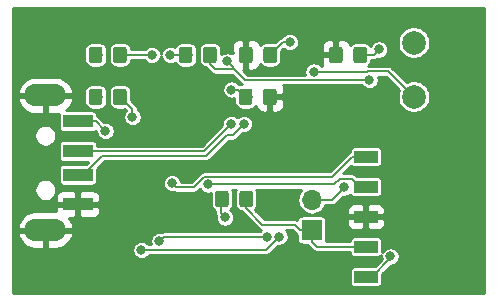
<source format=gbl>
G04 #@! TF.GenerationSoftware,KiCad,Pcbnew,5.1.0*
G04 #@! TF.CreationDate,2019-04-19T22:08:28-04:00*
G04 #@! TF.ProjectId,usbdbg,75736264-6267-42e6-9b69-6361645f7063,rev?*
G04 #@! TF.SameCoordinates,Original*
G04 #@! TF.FileFunction,Copper,L2,Bot*
G04 #@! TF.FilePolarity,Positive*
%FSLAX46Y46*%
G04 Gerber Fmt 4.6, Leading zero omitted, Abs format (unit mm)*
G04 Created by KiCad (PCBNEW 5.1.0) date 2019-04-19 22:08:28*
%MOMM*%
%LPD*%
G04 APERTURE LIST*
%ADD10R,1.700000X1.700000*%
%ADD11O,1.700000X1.700000*%
%ADD12R,2.000000X1.000000*%
%ADD13C,0.100000*%
%ADD14C,1.150000*%
%ADD15R,2.500000X1.100000*%
%ADD16O,3.500000X1.900000*%
%ADD17C,2.000000*%
%ADD18C,0.800000*%
%ADD19C,0.152400*%
%ADD20C,0.254000*%
G04 APERTURE END LIST*
D10*
X155448000Y-70713600D03*
D11*
X155448000Y-68173600D03*
D12*
X160020000Y-74676000D03*
X160020000Y-72136000D03*
X160020000Y-69596000D03*
X160020000Y-67056000D03*
X160020000Y-64516000D03*
D13*
G36*
X152259505Y-55181204D02*
G01*
X152283773Y-55184804D01*
X152307572Y-55190765D01*
X152330671Y-55199030D01*
X152352850Y-55209520D01*
X152373893Y-55222132D01*
X152393599Y-55236747D01*
X152411777Y-55253223D01*
X152428253Y-55271401D01*
X152442868Y-55291107D01*
X152455480Y-55312150D01*
X152465970Y-55334329D01*
X152474235Y-55357428D01*
X152480196Y-55381227D01*
X152483796Y-55405495D01*
X152485000Y-55429999D01*
X152485000Y-56330001D01*
X152483796Y-56354505D01*
X152480196Y-56378773D01*
X152474235Y-56402572D01*
X152465970Y-56425671D01*
X152455480Y-56447850D01*
X152442868Y-56468893D01*
X152428253Y-56488599D01*
X152411777Y-56506777D01*
X152393599Y-56523253D01*
X152373893Y-56537868D01*
X152352850Y-56550480D01*
X152330671Y-56560970D01*
X152307572Y-56569235D01*
X152283773Y-56575196D01*
X152259505Y-56578796D01*
X152235001Y-56580000D01*
X151584999Y-56580000D01*
X151560495Y-56578796D01*
X151536227Y-56575196D01*
X151512428Y-56569235D01*
X151489329Y-56560970D01*
X151467150Y-56550480D01*
X151446107Y-56537868D01*
X151426401Y-56523253D01*
X151408223Y-56506777D01*
X151391747Y-56488599D01*
X151377132Y-56468893D01*
X151364520Y-56447850D01*
X151354030Y-56425671D01*
X151345765Y-56402572D01*
X151339804Y-56378773D01*
X151336204Y-56354505D01*
X151335000Y-56330001D01*
X151335000Y-55429999D01*
X151336204Y-55405495D01*
X151339804Y-55381227D01*
X151345765Y-55357428D01*
X151354030Y-55334329D01*
X151364520Y-55312150D01*
X151377132Y-55291107D01*
X151391747Y-55271401D01*
X151408223Y-55253223D01*
X151426401Y-55236747D01*
X151446107Y-55222132D01*
X151467150Y-55209520D01*
X151489329Y-55199030D01*
X151512428Y-55190765D01*
X151536227Y-55184804D01*
X151560495Y-55181204D01*
X151584999Y-55180000D01*
X152235001Y-55180000D01*
X152259505Y-55181204D01*
X152259505Y-55181204D01*
G37*
D14*
X151910000Y-55880000D03*
D13*
G36*
X150209505Y-55181204D02*
G01*
X150233773Y-55184804D01*
X150257572Y-55190765D01*
X150280671Y-55199030D01*
X150302850Y-55209520D01*
X150323893Y-55222132D01*
X150343599Y-55236747D01*
X150361777Y-55253223D01*
X150378253Y-55271401D01*
X150392868Y-55291107D01*
X150405480Y-55312150D01*
X150415970Y-55334329D01*
X150424235Y-55357428D01*
X150430196Y-55381227D01*
X150433796Y-55405495D01*
X150435000Y-55429999D01*
X150435000Y-56330001D01*
X150433796Y-56354505D01*
X150430196Y-56378773D01*
X150424235Y-56402572D01*
X150415970Y-56425671D01*
X150405480Y-56447850D01*
X150392868Y-56468893D01*
X150378253Y-56488599D01*
X150361777Y-56506777D01*
X150343599Y-56523253D01*
X150323893Y-56537868D01*
X150302850Y-56550480D01*
X150280671Y-56560970D01*
X150257572Y-56569235D01*
X150233773Y-56575196D01*
X150209505Y-56578796D01*
X150185001Y-56580000D01*
X149534999Y-56580000D01*
X149510495Y-56578796D01*
X149486227Y-56575196D01*
X149462428Y-56569235D01*
X149439329Y-56560970D01*
X149417150Y-56550480D01*
X149396107Y-56537868D01*
X149376401Y-56523253D01*
X149358223Y-56506777D01*
X149341747Y-56488599D01*
X149327132Y-56468893D01*
X149314520Y-56447850D01*
X149304030Y-56425671D01*
X149295765Y-56402572D01*
X149289804Y-56378773D01*
X149286204Y-56354505D01*
X149285000Y-56330001D01*
X149285000Y-55429999D01*
X149286204Y-55405495D01*
X149289804Y-55381227D01*
X149295765Y-55357428D01*
X149304030Y-55334329D01*
X149314520Y-55312150D01*
X149327132Y-55291107D01*
X149341747Y-55271401D01*
X149358223Y-55253223D01*
X149376401Y-55236747D01*
X149396107Y-55222132D01*
X149417150Y-55209520D01*
X149439329Y-55199030D01*
X149462428Y-55190765D01*
X149486227Y-55184804D01*
X149510495Y-55181204D01*
X149534999Y-55180000D01*
X150185001Y-55180000D01*
X150209505Y-55181204D01*
X150209505Y-55181204D01*
G37*
D14*
X149860000Y-55880000D03*
D13*
G36*
X152241505Y-58737204D02*
G01*
X152265773Y-58740804D01*
X152289572Y-58746765D01*
X152312671Y-58755030D01*
X152334850Y-58765520D01*
X152355893Y-58778132D01*
X152375599Y-58792747D01*
X152393777Y-58809223D01*
X152410253Y-58827401D01*
X152424868Y-58847107D01*
X152437480Y-58868150D01*
X152447970Y-58890329D01*
X152456235Y-58913428D01*
X152462196Y-58937227D01*
X152465796Y-58961495D01*
X152467000Y-58985999D01*
X152467000Y-59886001D01*
X152465796Y-59910505D01*
X152462196Y-59934773D01*
X152456235Y-59958572D01*
X152447970Y-59981671D01*
X152437480Y-60003850D01*
X152424868Y-60024893D01*
X152410253Y-60044599D01*
X152393777Y-60062777D01*
X152375599Y-60079253D01*
X152355893Y-60093868D01*
X152334850Y-60106480D01*
X152312671Y-60116970D01*
X152289572Y-60125235D01*
X152265773Y-60131196D01*
X152241505Y-60134796D01*
X152217001Y-60136000D01*
X151566999Y-60136000D01*
X151542495Y-60134796D01*
X151518227Y-60131196D01*
X151494428Y-60125235D01*
X151471329Y-60116970D01*
X151449150Y-60106480D01*
X151428107Y-60093868D01*
X151408401Y-60079253D01*
X151390223Y-60062777D01*
X151373747Y-60044599D01*
X151359132Y-60024893D01*
X151346520Y-60003850D01*
X151336030Y-59981671D01*
X151327765Y-59958572D01*
X151321804Y-59934773D01*
X151318204Y-59910505D01*
X151317000Y-59886001D01*
X151317000Y-58985999D01*
X151318204Y-58961495D01*
X151321804Y-58937227D01*
X151327765Y-58913428D01*
X151336030Y-58890329D01*
X151346520Y-58868150D01*
X151359132Y-58847107D01*
X151373747Y-58827401D01*
X151390223Y-58809223D01*
X151408401Y-58792747D01*
X151428107Y-58778132D01*
X151449150Y-58765520D01*
X151471329Y-58755030D01*
X151494428Y-58746765D01*
X151518227Y-58740804D01*
X151542495Y-58737204D01*
X151566999Y-58736000D01*
X152217001Y-58736000D01*
X152241505Y-58737204D01*
X152241505Y-58737204D01*
G37*
D14*
X151892000Y-59436000D03*
D13*
G36*
X150191505Y-58737204D02*
G01*
X150215773Y-58740804D01*
X150239572Y-58746765D01*
X150262671Y-58755030D01*
X150284850Y-58765520D01*
X150305893Y-58778132D01*
X150325599Y-58792747D01*
X150343777Y-58809223D01*
X150360253Y-58827401D01*
X150374868Y-58847107D01*
X150387480Y-58868150D01*
X150397970Y-58890329D01*
X150406235Y-58913428D01*
X150412196Y-58937227D01*
X150415796Y-58961495D01*
X150417000Y-58985999D01*
X150417000Y-59886001D01*
X150415796Y-59910505D01*
X150412196Y-59934773D01*
X150406235Y-59958572D01*
X150397970Y-59981671D01*
X150387480Y-60003850D01*
X150374868Y-60024893D01*
X150360253Y-60044599D01*
X150343777Y-60062777D01*
X150325599Y-60079253D01*
X150305893Y-60093868D01*
X150284850Y-60106480D01*
X150262671Y-60116970D01*
X150239572Y-60125235D01*
X150215773Y-60131196D01*
X150191505Y-60134796D01*
X150167001Y-60136000D01*
X149516999Y-60136000D01*
X149492495Y-60134796D01*
X149468227Y-60131196D01*
X149444428Y-60125235D01*
X149421329Y-60116970D01*
X149399150Y-60106480D01*
X149378107Y-60093868D01*
X149358401Y-60079253D01*
X149340223Y-60062777D01*
X149323747Y-60044599D01*
X149309132Y-60024893D01*
X149296520Y-60003850D01*
X149286030Y-59981671D01*
X149277765Y-59958572D01*
X149271804Y-59934773D01*
X149268204Y-59910505D01*
X149267000Y-59886001D01*
X149267000Y-58985999D01*
X149268204Y-58961495D01*
X149271804Y-58937227D01*
X149277765Y-58913428D01*
X149286030Y-58890329D01*
X149296520Y-58868150D01*
X149309132Y-58847107D01*
X149323747Y-58827401D01*
X149340223Y-58809223D01*
X149358401Y-58792747D01*
X149378107Y-58778132D01*
X149399150Y-58765520D01*
X149421329Y-58755030D01*
X149444428Y-58746765D01*
X149468227Y-58740804D01*
X149492495Y-58737204D01*
X149516999Y-58736000D01*
X150167001Y-58736000D01*
X150191505Y-58737204D01*
X150191505Y-58737204D01*
G37*
D14*
X149842000Y-59436000D03*
D13*
G36*
X159879505Y-55181204D02*
G01*
X159903773Y-55184804D01*
X159927572Y-55190765D01*
X159950671Y-55199030D01*
X159972850Y-55209520D01*
X159993893Y-55222132D01*
X160013599Y-55236747D01*
X160031777Y-55253223D01*
X160048253Y-55271401D01*
X160062868Y-55291107D01*
X160075480Y-55312150D01*
X160085970Y-55334329D01*
X160094235Y-55357428D01*
X160100196Y-55381227D01*
X160103796Y-55405495D01*
X160105000Y-55429999D01*
X160105000Y-56330001D01*
X160103796Y-56354505D01*
X160100196Y-56378773D01*
X160094235Y-56402572D01*
X160085970Y-56425671D01*
X160075480Y-56447850D01*
X160062868Y-56468893D01*
X160048253Y-56488599D01*
X160031777Y-56506777D01*
X160013599Y-56523253D01*
X159993893Y-56537868D01*
X159972850Y-56550480D01*
X159950671Y-56560970D01*
X159927572Y-56569235D01*
X159903773Y-56575196D01*
X159879505Y-56578796D01*
X159855001Y-56580000D01*
X159204999Y-56580000D01*
X159180495Y-56578796D01*
X159156227Y-56575196D01*
X159132428Y-56569235D01*
X159109329Y-56560970D01*
X159087150Y-56550480D01*
X159066107Y-56537868D01*
X159046401Y-56523253D01*
X159028223Y-56506777D01*
X159011747Y-56488599D01*
X158997132Y-56468893D01*
X158984520Y-56447850D01*
X158974030Y-56425671D01*
X158965765Y-56402572D01*
X158959804Y-56378773D01*
X158956204Y-56354505D01*
X158955000Y-56330001D01*
X158955000Y-55429999D01*
X158956204Y-55405495D01*
X158959804Y-55381227D01*
X158965765Y-55357428D01*
X158974030Y-55334329D01*
X158984520Y-55312150D01*
X158997132Y-55291107D01*
X159011747Y-55271401D01*
X159028223Y-55253223D01*
X159046401Y-55236747D01*
X159066107Y-55222132D01*
X159087150Y-55209520D01*
X159109329Y-55199030D01*
X159132428Y-55190765D01*
X159156227Y-55184804D01*
X159180495Y-55181204D01*
X159204999Y-55180000D01*
X159855001Y-55180000D01*
X159879505Y-55181204D01*
X159879505Y-55181204D01*
G37*
D14*
X159530000Y-55880000D03*
D13*
G36*
X157829505Y-55181204D02*
G01*
X157853773Y-55184804D01*
X157877572Y-55190765D01*
X157900671Y-55199030D01*
X157922850Y-55209520D01*
X157943893Y-55222132D01*
X157963599Y-55236747D01*
X157981777Y-55253223D01*
X157998253Y-55271401D01*
X158012868Y-55291107D01*
X158025480Y-55312150D01*
X158035970Y-55334329D01*
X158044235Y-55357428D01*
X158050196Y-55381227D01*
X158053796Y-55405495D01*
X158055000Y-55429999D01*
X158055000Y-56330001D01*
X158053796Y-56354505D01*
X158050196Y-56378773D01*
X158044235Y-56402572D01*
X158035970Y-56425671D01*
X158025480Y-56447850D01*
X158012868Y-56468893D01*
X157998253Y-56488599D01*
X157981777Y-56506777D01*
X157963599Y-56523253D01*
X157943893Y-56537868D01*
X157922850Y-56550480D01*
X157900671Y-56560970D01*
X157877572Y-56569235D01*
X157853773Y-56575196D01*
X157829505Y-56578796D01*
X157805001Y-56580000D01*
X157154999Y-56580000D01*
X157130495Y-56578796D01*
X157106227Y-56575196D01*
X157082428Y-56569235D01*
X157059329Y-56560970D01*
X157037150Y-56550480D01*
X157016107Y-56537868D01*
X156996401Y-56523253D01*
X156978223Y-56506777D01*
X156961747Y-56488599D01*
X156947132Y-56468893D01*
X156934520Y-56447850D01*
X156924030Y-56425671D01*
X156915765Y-56402572D01*
X156909804Y-56378773D01*
X156906204Y-56354505D01*
X156905000Y-56330001D01*
X156905000Y-55429999D01*
X156906204Y-55405495D01*
X156909804Y-55381227D01*
X156915765Y-55357428D01*
X156924030Y-55334329D01*
X156934520Y-55312150D01*
X156947132Y-55291107D01*
X156961747Y-55271401D01*
X156978223Y-55253223D01*
X156996401Y-55236747D01*
X157016107Y-55222132D01*
X157037150Y-55209520D01*
X157059329Y-55199030D01*
X157082428Y-55190765D01*
X157106227Y-55184804D01*
X157130495Y-55181204D01*
X157154999Y-55180000D01*
X157805001Y-55180000D01*
X157829505Y-55181204D01*
X157829505Y-55181204D01*
G37*
D14*
X157480000Y-55880000D03*
D15*
X135634000Y-64024000D03*
X135634000Y-66024000D03*
X135634000Y-61524000D03*
X135634000Y-68524000D03*
D16*
X132884000Y-59324000D03*
X132884000Y-70724000D03*
D13*
G36*
X148177505Y-67373204D02*
G01*
X148201773Y-67376804D01*
X148225572Y-67382765D01*
X148248671Y-67391030D01*
X148270850Y-67401520D01*
X148291893Y-67414132D01*
X148311599Y-67428747D01*
X148329777Y-67445223D01*
X148346253Y-67463401D01*
X148360868Y-67483107D01*
X148373480Y-67504150D01*
X148383970Y-67526329D01*
X148392235Y-67549428D01*
X148398196Y-67573227D01*
X148401796Y-67597495D01*
X148403000Y-67621999D01*
X148403000Y-68522001D01*
X148401796Y-68546505D01*
X148398196Y-68570773D01*
X148392235Y-68594572D01*
X148383970Y-68617671D01*
X148373480Y-68639850D01*
X148360868Y-68660893D01*
X148346253Y-68680599D01*
X148329777Y-68698777D01*
X148311599Y-68715253D01*
X148291893Y-68729868D01*
X148270850Y-68742480D01*
X148248671Y-68752970D01*
X148225572Y-68761235D01*
X148201773Y-68767196D01*
X148177505Y-68770796D01*
X148153001Y-68772000D01*
X147502999Y-68772000D01*
X147478495Y-68770796D01*
X147454227Y-68767196D01*
X147430428Y-68761235D01*
X147407329Y-68752970D01*
X147385150Y-68742480D01*
X147364107Y-68729868D01*
X147344401Y-68715253D01*
X147326223Y-68698777D01*
X147309747Y-68680599D01*
X147295132Y-68660893D01*
X147282520Y-68639850D01*
X147272030Y-68617671D01*
X147263765Y-68594572D01*
X147257804Y-68570773D01*
X147254204Y-68546505D01*
X147253000Y-68522001D01*
X147253000Y-67621999D01*
X147254204Y-67597495D01*
X147257804Y-67573227D01*
X147263765Y-67549428D01*
X147272030Y-67526329D01*
X147282520Y-67504150D01*
X147295132Y-67483107D01*
X147309747Y-67463401D01*
X147326223Y-67445223D01*
X147344401Y-67428747D01*
X147364107Y-67414132D01*
X147385150Y-67401520D01*
X147407329Y-67391030D01*
X147430428Y-67382765D01*
X147454227Y-67376804D01*
X147478495Y-67373204D01*
X147502999Y-67372000D01*
X148153001Y-67372000D01*
X148177505Y-67373204D01*
X148177505Y-67373204D01*
G37*
D14*
X147828000Y-68072000D03*
D13*
G36*
X150227505Y-67373204D02*
G01*
X150251773Y-67376804D01*
X150275572Y-67382765D01*
X150298671Y-67391030D01*
X150320850Y-67401520D01*
X150341893Y-67414132D01*
X150361599Y-67428747D01*
X150379777Y-67445223D01*
X150396253Y-67463401D01*
X150410868Y-67483107D01*
X150423480Y-67504150D01*
X150433970Y-67526329D01*
X150442235Y-67549428D01*
X150448196Y-67573227D01*
X150451796Y-67597495D01*
X150453000Y-67621999D01*
X150453000Y-68522001D01*
X150451796Y-68546505D01*
X150448196Y-68570773D01*
X150442235Y-68594572D01*
X150433970Y-68617671D01*
X150423480Y-68639850D01*
X150410868Y-68660893D01*
X150396253Y-68680599D01*
X150379777Y-68698777D01*
X150361599Y-68715253D01*
X150341893Y-68729868D01*
X150320850Y-68742480D01*
X150298671Y-68752970D01*
X150275572Y-68761235D01*
X150251773Y-68767196D01*
X150227505Y-68770796D01*
X150203001Y-68772000D01*
X149552999Y-68772000D01*
X149528495Y-68770796D01*
X149504227Y-68767196D01*
X149480428Y-68761235D01*
X149457329Y-68752970D01*
X149435150Y-68742480D01*
X149414107Y-68729868D01*
X149394401Y-68715253D01*
X149376223Y-68698777D01*
X149359747Y-68680599D01*
X149345132Y-68660893D01*
X149332520Y-68639850D01*
X149322030Y-68617671D01*
X149313765Y-68594572D01*
X149307804Y-68570773D01*
X149304204Y-68546505D01*
X149303000Y-68522001D01*
X149303000Y-67621999D01*
X149304204Y-67597495D01*
X149307804Y-67573227D01*
X149313765Y-67549428D01*
X149322030Y-67526329D01*
X149332520Y-67504150D01*
X149345132Y-67483107D01*
X149359747Y-67463401D01*
X149376223Y-67445223D01*
X149394401Y-67428747D01*
X149414107Y-67414132D01*
X149435150Y-67401520D01*
X149457329Y-67391030D01*
X149480428Y-67382765D01*
X149504227Y-67376804D01*
X149528495Y-67373204D01*
X149552999Y-67372000D01*
X150203001Y-67372000D01*
X150227505Y-67373204D01*
X150227505Y-67373204D01*
G37*
D14*
X149878000Y-68072000D03*
D13*
G36*
X139541505Y-58737204D02*
G01*
X139565773Y-58740804D01*
X139589572Y-58746765D01*
X139612671Y-58755030D01*
X139634850Y-58765520D01*
X139655893Y-58778132D01*
X139675599Y-58792747D01*
X139693777Y-58809223D01*
X139710253Y-58827401D01*
X139724868Y-58847107D01*
X139737480Y-58868150D01*
X139747970Y-58890329D01*
X139756235Y-58913428D01*
X139762196Y-58937227D01*
X139765796Y-58961495D01*
X139767000Y-58985999D01*
X139767000Y-59886001D01*
X139765796Y-59910505D01*
X139762196Y-59934773D01*
X139756235Y-59958572D01*
X139747970Y-59981671D01*
X139737480Y-60003850D01*
X139724868Y-60024893D01*
X139710253Y-60044599D01*
X139693777Y-60062777D01*
X139675599Y-60079253D01*
X139655893Y-60093868D01*
X139634850Y-60106480D01*
X139612671Y-60116970D01*
X139589572Y-60125235D01*
X139565773Y-60131196D01*
X139541505Y-60134796D01*
X139517001Y-60136000D01*
X138866999Y-60136000D01*
X138842495Y-60134796D01*
X138818227Y-60131196D01*
X138794428Y-60125235D01*
X138771329Y-60116970D01*
X138749150Y-60106480D01*
X138728107Y-60093868D01*
X138708401Y-60079253D01*
X138690223Y-60062777D01*
X138673747Y-60044599D01*
X138659132Y-60024893D01*
X138646520Y-60003850D01*
X138636030Y-59981671D01*
X138627765Y-59958572D01*
X138621804Y-59934773D01*
X138618204Y-59910505D01*
X138617000Y-59886001D01*
X138617000Y-58985999D01*
X138618204Y-58961495D01*
X138621804Y-58937227D01*
X138627765Y-58913428D01*
X138636030Y-58890329D01*
X138646520Y-58868150D01*
X138659132Y-58847107D01*
X138673747Y-58827401D01*
X138690223Y-58809223D01*
X138708401Y-58792747D01*
X138728107Y-58778132D01*
X138749150Y-58765520D01*
X138771329Y-58755030D01*
X138794428Y-58746765D01*
X138818227Y-58740804D01*
X138842495Y-58737204D01*
X138866999Y-58736000D01*
X139517001Y-58736000D01*
X139541505Y-58737204D01*
X139541505Y-58737204D01*
G37*
D14*
X139192000Y-59436000D03*
D13*
G36*
X137491505Y-58737204D02*
G01*
X137515773Y-58740804D01*
X137539572Y-58746765D01*
X137562671Y-58755030D01*
X137584850Y-58765520D01*
X137605893Y-58778132D01*
X137625599Y-58792747D01*
X137643777Y-58809223D01*
X137660253Y-58827401D01*
X137674868Y-58847107D01*
X137687480Y-58868150D01*
X137697970Y-58890329D01*
X137706235Y-58913428D01*
X137712196Y-58937227D01*
X137715796Y-58961495D01*
X137717000Y-58985999D01*
X137717000Y-59886001D01*
X137715796Y-59910505D01*
X137712196Y-59934773D01*
X137706235Y-59958572D01*
X137697970Y-59981671D01*
X137687480Y-60003850D01*
X137674868Y-60024893D01*
X137660253Y-60044599D01*
X137643777Y-60062777D01*
X137625599Y-60079253D01*
X137605893Y-60093868D01*
X137584850Y-60106480D01*
X137562671Y-60116970D01*
X137539572Y-60125235D01*
X137515773Y-60131196D01*
X137491505Y-60134796D01*
X137467001Y-60136000D01*
X136816999Y-60136000D01*
X136792495Y-60134796D01*
X136768227Y-60131196D01*
X136744428Y-60125235D01*
X136721329Y-60116970D01*
X136699150Y-60106480D01*
X136678107Y-60093868D01*
X136658401Y-60079253D01*
X136640223Y-60062777D01*
X136623747Y-60044599D01*
X136609132Y-60024893D01*
X136596520Y-60003850D01*
X136586030Y-59981671D01*
X136577765Y-59958572D01*
X136571804Y-59934773D01*
X136568204Y-59910505D01*
X136567000Y-59886001D01*
X136567000Y-58985999D01*
X136568204Y-58961495D01*
X136571804Y-58937227D01*
X136577765Y-58913428D01*
X136586030Y-58890329D01*
X136596520Y-58868150D01*
X136609132Y-58847107D01*
X136623747Y-58827401D01*
X136640223Y-58809223D01*
X136658401Y-58792747D01*
X136678107Y-58778132D01*
X136699150Y-58765520D01*
X136721329Y-58755030D01*
X136744428Y-58746765D01*
X136768227Y-58740804D01*
X136792495Y-58737204D01*
X136816999Y-58736000D01*
X137467001Y-58736000D01*
X137491505Y-58737204D01*
X137491505Y-58737204D01*
G37*
D14*
X137142000Y-59436000D03*
D13*
G36*
X139541505Y-55181204D02*
G01*
X139565773Y-55184804D01*
X139589572Y-55190765D01*
X139612671Y-55199030D01*
X139634850Y-55209520D01*
X139655893Y-55222132D01*
X139675599Y-55236747D01*
X139693777Y-55253223D01*
X139710253Y-55271401D01*
X139724868Y-55291107D01*
X139737480Y-55312150D01*
X139747970Y-55334329D01*
X139756235Y-55357428D01*
X139762196Y-55381227D01*
X139765796Y-55405495D01*
X139767000Y-55429999D01*
X139767000Y-56330001D01*
X139765796Y-56354505D01*
X139762196Y-56378773D01*
X139756235Y-56402572D01*
X139747970Y-56425671D01*
X139737480Y-56447850D01*
X139724868Y-56468893D01*
X139710253Y-56488599D01*
X139693777Y-56506777D01*
X139675599Y-56523253D01*
X139655893Y-56537868D01*
X139634850Y-56550480D01*
X139612671Y-56560970D01*
X139589572Y-56569235D01*
X139565773Y-56575196D01*
X139541505Y-56578796D01*
X139517001Y-56580000D01*
X138866999Y-56580000D01*
X138842495Y-56578796D01*
X138818227Y-56575196D01*
X138794428Y-56569235D01*
X138771329Y-56560970D01*
X138749150Y-56550480D01*
X138728107Y-56537868D01*
X138708401Y-56523253D01*
X138690223Y-56506777D01*
X138673747Y-56488599D01*
X138659132Y-56468893D01*
X138646520Y-56447850D01*
X138636030Y-56425671D01*
X138627765Y-56402572D01*
X138621804Y-56378773D01*
X138618204Y-56354505D01*
X138617000Y-56330001D01*
X138617000Y-55429999D01*
X138618204Y-55405495D01*
X138621804Y-55381227D01*
X138627765Y-55357428D01*
X138636030Y-55334329D01*
X138646520Y-55312150D01*
X138659132Y-55291107D01*
X138673747Y-55271401D01*
X138690223Y-55253223D01*
X138708401Y-55236747D01*
X138728107Y-55222132D01*
X138749150Y-55209520D01*
X138771329Y-55199030D01*
X138794428Y-55190765D01*
X138818227Y-55184804D01*
X138842495Y-55181204D01*
X138866999Y-55180000D01*
X139517001Y-55180000D01*
X139541505Y-55181204D01*
X139541505Y-55181204D01*
G37*
D14*
X139192000Y-55880000D03*
D13*
G36*
X137491505Y-55181204D02*
G01*
X137515773Y-55184804D01*
X137539572Y-55190765D01*
X137562671Y-55199030D01*
X137584850Y-55209520D01*
X137605893Y-55222132D01*
X137625599Y-55236747D01*
X137643777Y-55253223D01*
X137660253Y-55271401D01*
X137674868Y-55291107D01*
X137687480Y-55312150D01*
X137697970Y-55334329D01*
X137706235Y-55357428D01*
X137712196Y-55381227D01*
X137715796Y-55405495D01*
X137717000Y-55429999D01*
X137717000Y-56330001D01*
X137715796Y-56354505D01*
X137712196Y-56378773D01*
X137706235Y-56402572D01*
X137697970Y-56425671D01*
X137687480Y-56447850D01*
X137674868Y-56468893D01*
X137660253Y-56488599D01*
X137643777Y-56506777D01*
X137625599Y-56523253D01*
X137605893Y-56537868D01*
X137584850Y-56550480D01*
X137562671Y-56560970D01*
X137539572Y-56569235D01*
X137515773Y-56575196D01*
X137491505Y-56578796D01*
X137467001Y-56580000D01*
X136816999Y-56580000D01*
X136792495Y-56578796D01*
X136768227Y-56575196D01*
X136744428Y-56569235D01*
X136721329Y-56560970D01*
X136699150Y-56550480D01*
X136678107Y-56537868D01*
X136658401Y-56523253D01*
X136640223Y-56506777D01*
X136623747Y-56488599D01*
X136609132Y-56468893D01*
X136596520Y-56447850D01*
X136586030Y-56425671D01*
X136577765Y-56402572D01*
X136571804Y-56378773D01*
X136568204Y-56354505D01*
X136567000Y-56330001D01*
X136567000Y-55429999D01*
X136568204Y-55405495D01*
X136571804Y-55381227D01*
X136577765Y-55357428D01*
X136586030Y-55334329D01*
X136596520Y-55312150D01*
X136609132Y-55291107D01*
X136623747Y-55271401D01*
X136640223Y-55253223D01*
X136658401Y-55236747D01*
X136678107Y-55222132D01*
X136699150Y-55209520D01*
X136721329Y-55199030D01*
X136744428Y-55190765D01*
X136768227Y-55184804D01*
X136792495Y-55181204D01*
X136816999Y-55180000D01*
X137467001Y-55180000D01*
X137491505Y-55181204D01*
X137491505Y-55181204D01*
G37*
D14*
X137142000Y-55880000D03*
D13*
G36*
X145111505Y-55181204D02*
G01*
X145135773Y-55184804D01*
X145159572Y-55190765D01*
X145182671Y-55199030D01*
X145204850Y-55209520D01*
X145225893Y-55222132D01*
X145245599Y-55236747D01*
X145263777Y-55253223D01*
X145280253Y-55271401D01*
X145294868Y-55291107D01*
X145307480Y-55312150D01*
X145317970Y-55334329D01*
X145326235Y-55357428D01*
X145332196Y-55381227D01*
X145335796Y-55405495D01*
X145337000Y-55429999D01*
X145337000Y-56330001D01*
X145335796Y-56354505D01*
X145332196Y-56378773D01*
X145326235Y-56402572D01*
X145317970Y-56425671D01*
X145307480Y-56447850D01*
X145294868Y-56468893D01*
X145280253Y-56488599D01*
X145263777Y-56506777D01*
X145245599Y-56523253D01*
X145225893Y-56537868D01*
X145204850Y-56550480D01*
X145182671Y-56560970D01*
X145159572Y-56569235D01*
X145135773Y-56575196D01*
X145111505Y-56578796D01*
X145087001Y-56580000D01*
X144436999Y-56580000D01*
X144412495Y-56578796D01*
X144388227Y-56575196D01*
X144364428Y-56569235D01*
X144341329Y-56560970D01*
X144319150Y-56550480D01*
X144298107Y-56537868D01*
X144278401Y-56523253D01*
X144260223Y-56506777D01*
X144243747Y-56488599D01*
X144229132Y-56468893D01*
X144216520Y-56447850D01*
X144206030Y-56425671D01*
X144197765Y-56402572D01*
X144191804Y-56378773D01*
X144188204Y-56354505D01*
X144187000Y-56330001D01*
X144187000Y-55429999D01*
X144188204Y-55405495D01*
X144191804Y-55381227D01*
X144197765Y-55357428D01*
X144206030Y-55334329D01*
X144216520Y-55312150D01*
X144229132Y-55291107D01*
X144243747Y-55271401D01*
X144260223Y-55253223D01*
X144278401Y-55236747D01*
X144298107Y-55222132D01*
X144319150Y-55209520D01*
X144341329Y-55199030D01*
X144364428Y-55190765D01*
X144388227Y-55184804D01*
X144412495Y-55181204D01*
X144436999Y-55180000D01*
X145087001Y-55180000D01*
X145111505Y-55181204D01*
X145111505Y-55181204D01*
G37*
D14*
X144762000Y-55880000D03*
D13*
G36*
X147161505Y-55181204D02*
G01*
X147185773Y-55184804D01*
X147209572Y-55190765D01*
X147232671Y-55199030D01*
X147254850Y-55209520D01*
X147275893Y-55222132D01*
X147295599Y-55236747D01*
X147313777Y-55253223D01*
X147330253Y-55271401D01*
X147344868Y-55291107D01*
X147357480Y-55312150D01*
X147367970Y-55334329D01*
X147376235Y-55357428D01*
X147382196Y-55381227D01*
X147385796Y-55405495D01*
X147387000Y-55429999D01*
X147387000Y-56330001D01*
X147385796Y-56354505D01*
X147382196Y-56378773D01*
X147376235Y-56402572D01*
X147367970Y-56425671D01*
X147357480Y-56447850D01*
X147344868Y-56468893D01*
X147330253Y-56488599D01*
X147313777Y-56506777D01*
X147295599Y-56523253D01*
X147275893Y-56537868D01*
X147254850Y-56550480D01*
X147232671Y-56560970D01*
X147209572Y-56569235D01*
X147185773Y-56575196D01*
X147161505Y-56578796D01*
X147137001Y-56580000D01*
X146486999Y-56580000D01*
X146462495Y-56578796D01*
X146438227Y-56575196D01*
X146414428Y-56569235D01*
X146391329Y-56560970D01*
X146369150Y-56550480D01*
X146348107Y-56537868D01*
X146328401Y-56523253D01*
X146310223Y-56506777D01*
X146293747Y-56488599D01*
X146279132Y-56468893D01*
X146266520Y-56447850D01*
X146256030Y-56425671D01*
X146247765Y-56402572D01*
X146241804Y-56378773D01*
X146238204Y-56354505D01*
X146237000Y-56330001D01*
X146237000Y-55429999D01*
X146238204Y-55405495D01*
X146241804Y-55381227D01*
X146247765Y-55357428D01*
X146256030Y-55334329D01*
X146266520Y-55312150D01*
X146279132Y-55291107D01*
X146293747Y-55271401D01*
X146310223Y-55253223D01*
X146328401Y-55236747D01*
X146348107Y-55222132D01*
X146369150Y-55209520D01*
X146391329Y-55199030D01*
X146414428Y-55190765D01*
X146438227Y-55184804D01*
X146462495Y-55181204D01*
X146486999Y-55180000D01*
X147137001Y-55180000D01*
X147161505Y-55181204D01*
X147161505Y-55181204D01*
G37*
D14*
X146812000Y-55880000D03*
D17*
X164084000Y-59436000D03*
X164084000Y-54864000D03*
D18*
X141020800Y-72390000D03*
X152704800Y-71272400D03*
X151638000Y-71272400D03*
X142544800Y-71628000D03*
X155600400Y-57302398D03*
X138176000Y-67564000D03*
X159054800Y-52933600D03*
X159207200Y-61772800D03*
X151536400Y-73660000D03*
X162102800Y-71069200D03*
X151638000Y-61823600D03*
X148082000Y-69646800D03*
X161137600Y-55422800D03*
X153568400Y-54813200D03*
X143459200Y-55880000D03*
X141901500Y-55880000D03*
X140258800Y-61163200D03*
X137972800Y-62331600D03*
X162102800Y-72948800D03*
X148285204Y-56438800D03*
X160324800Y-58013600D03*
X158210210Y-67106800D03*
X146659600Y-66852800D03*
X143611600Y-66751198D03*
X148640800Y-58826400D03*
X148616063Y-61735149D03*
X149707600Y-61722000D03*
D19*
X141020800Y-72390000D02*
X151587200Y-72390000D01*
X151587200Y-72390000D02*
X152304801Y-71672399D01*
X152304801Y-71672399D02*
X152704800Y-71272400D01*
X151638000Y-71272400D02*
X142900400Y-71272400D01*
X142900400Y-71272400D02*
X142544800Y-71628000D01*
X160124670Y-57283398D02*
X160105670Y-57302398D01*
X160105670Y-57302398D02*
X156166085Y-57302398D01*
X161931398Y-57283398D02*
X160124670Y-57283398D01*
X164084000Y-59436000D02*
X161931398Y-57283398D01*
X156166085Y-57302398D02*
X155600400Y-57302398D01*
X147726400Y-68173600D02*
X147828000Y-68072000D01*
X147726400Y-69291200D02*
X147726400Y-68173600D01*
X148082000Y-69646800D02*
X147726400Y-69291200D01*
X160680400Y-55880000D02*
X161137600Y-55422800D01*
X159530000Y-55880000D02*
X160680400Y-55880000D01*
X152976800Y-54813200D02*
X153568400Y-54813200D01*
X151910000Y-55880000D02*
X152976800Y-54813200D01*
X144762000Y-55880000D02*
X143459200Y-55880000D01*
X139192000Y-55880000D02*
X141901500Y-55880000D01*
X140258800Y-60502800D02*
X140258800Y-61163200D01*
X139192000Y-59436000D02*
X140258800Y-60502800D01*
X137165200Y-61524000D02*
X137972800Y-62331600D01*
X135634000Y-61524000D02*
X137165200Y-61524000D01*
X149878000Y-68872000D02*
X151262400Y-70256400D01*
X149878000Y-68072000D02*
X149878000Y-68872000D01*
X154445600Y-70713600D02*
X155448000Y-70713600D01*
X153988400Y-70256400D02*
X154445600Y-70713600D01*
X151262400Y-70256400D02*
X153988400Y-70256400D01*
X155448000Y-71716000D02*
X155448000Y-70713600D01*
X155868000Y-72136000D02*
X155448000Y-71716000D01*
X160020000Y-72136000D02*
X155868000Y-72136000D01*
X160520000Y-74676000D02*
X162102800Y-73093200D01*
X160020000Y-74676000D02*
X160520000Y-74676000D01*
X162102800Y-73093200D02*
X162102800Y-72948800D01*
X147224799Y-57092799D02*
X148894800Y-57092799D01*
X146812000Y-56680000D02*
X147224799Y-57092799D01*
X146812000Y-55880000D02*
X146812000Y-56680000D01*
X148685203Y-56838799D02*
X148285204Y-56438800D01*
X148894800Y-57048396D02*
X148685203Y-56838799D01*
X148894800Y-57092799D02*
X148894800Y-57048396D01*
X159759115Y-58013600D02*
X160324800Y-58013600D01*
X149815601Y-58013600D02*
X159759115Y-58013600D01*
X148894800Y-57092799D02*
X149815601Y-58013600D01*
X157143410Y-68173600D02*
X157810211Y-67506799D01*
X157810211Y-67506799D02*
X158210210Y-67106800D01*
X155448000Y-68173600D02*
X157143410Y-68173600D01*
X157313702Y-66852800D02*
X147225285Y-66852800D01*
X157789903Y-66376599D02*
X157313702Y-66852800D01*
X159520000Y-67056000D02*
X158840599Y-66376599D01*
X160020000Y-67056000D02*
X159520000Y-67056000D01*
X147225285Y-66852800D02*
X146659600Y-66852800D01*
X158840599Y-66376599D02*
X157789903Y-66376599D01*
X158867600Y-64516000D02*
X157184799Y-66198801D01*
X160020000Y-64516000D02*
X158867600Y-64516000D01*
X145440400Y-67106800D02*
X143967202Y-67106800D01*
X157184799Y-66198801D02*
X146348399Y-66198801D01*
X143967202Y-67106800D02*
X143611600Y-66751198D01*
X146348399Y-66198801D02*
X145440400Y-67106800D01*
X149232400Y-58826400D02*
X149842000Y-59436000D01*
X148640800Y-58826400D02*
X149232400Y-58826400D01*
X146327212Y-64024000D02*
X148216064Y-62135148D01*
X148216064Y-62135148D02*
X148616063Y-61735149D01*
X135634000Y-64024000D02*
X146327212Y-64024000D01*
X148742400Y-62687200D02*
X149707600Y-61722000D01*
X148234400Y-62687200D02*
X148742400Y-62687200D01*
X146558000Y-64363600D02*
X148234400Y-62687200D01*
X146556705Y-64363600D02*
X146558000Y-64363600D01*
X137706790Y-64426410D02*
X146493895Y-64426410D01*
X146493895Y-64426410D02*
X146556705Y-64363600D01*
X136093200Y-66040000D02*
X137706790Y-64426410D01*
X135650000Y-66040000D02*
X136093200Y-66040000D01*
X135634000Y-66024000D02*
X135650000Y-66040000D01*
D20*
G36*
X170053000Y-76073000D02*
G01*
X130175000Y-76073000D01*
X130175000Y-72313078D01*
X140239800Y-72313078D01*
X140239800Y-72466922D01*
X140269813Y-72617809D01*
X140328687Y-72759942D01*
X140414158Y-72887859D01*
X140522941Y-72996642D01*
X140650858Y-73082113D01*
X140792991Y-73140987D01*
X140943878Y-73171000D01*
X141097722Y-73171000D01*
X141248609Y-73140987D01*
X141390742Y-73082113D01*
X141518659Y-72996642D01*
X141627442Y-72887859D01*
X141654609Y-72847200D01*
X151564750Y-72847200D01*
X151587200Y-72849411D01*
X151609650Y-72847200D01*
X151609660Y-72847200D01*
X151676827Y-72840585D01*
X151763009Y-72814441D01*
X151842436Y-72771987D01*
X151912053Y-72714853D01*
X151926374Y-72697403D01*
X152579918Y-72043860D01*
X152627878Y-72053400D01*
X152781722Y-72053400D01*
X152932609Y-72023387D01*
X153074742Y-71964513D01*
X153202659Y-71879042D01*
X153311442Y-71770259D01*
X153396913Y-71642342D01*
X153455787Y-71500209D01*
X153485800Y-71349322D01*
X153485800Y-71195478D01*
X153455787Y-71044591D01*
X153396913Y-70902458D01*
X153311442Y-70774541D01*
X153250501Y-70713600D01*
X153799023Y-70713600D01*
X154106430Y-71021008D01*
X154120747Y-71038453D01*
X154138192Y-71052770D01*
X154190363Y-71095587D01*
X154215157Y-71108839D01*
X154215157Y-71563600D01*
X154222513Y-71638289D01*
X154244299Y-71710108D01*
X154279678Y-71776296D01*
X154327289Y-71834311D01*
X154385304Y-71881922D01*
X154451492Y-71917301D01*
X154523311Y-71939087D01*
X154598000Y-71946443D01*
X155052762Y-71946443D01*
X155066013Y-71971235D01*
X155123147Y-72040853D01*
X155140596Y-72055174D01*
X155528834Y-72443413D01*
X155543147Y-72460853D01*
X155560586Y-72475165D01*
X155560592Y-72475171D01*
X155612764Y-72517987D01*
X155692190Y-72560441D01*
X155709886Y-72565809D01*
X155778373Y-72586585D01*
X155845540Y-72593200D01*
X155845550Y-72593200D01*
X155868000Y-72595411D01*
X155890450Y-72593200D01*
X158637157Y-72593200D01*
X158637157Y-72636000D01*
X158644513Y-72710689D01*
X158666299Y-72782508D01*
X158701678Y-72848696D01*
X158749289Y-72906711D01*
X158807304Y-72954322D01*
X158873492Y-72989701D01*
X158945311Y-73011487D01*
X159020000Y-73018843D01*
X161020000Y-73018843D01*
X161094689Y-73011487D01*
X161166508Y-72989701D01*
X161232696Y-72954322D01*
X161290711Y-72906711D01*
X161322601Y-72867853D01*
X161321800Y-72871878D01*
X161321800Y-73025722D01*
X161351813Y-73176609D01*
X161357964Y-73191458D01*
X160756266Y-73793157D01*
X159020000Y-73793157D01*
X158945311Y-73800513D01*
X158873492Y-73822299D01*
X158807304Y-73857678D01*
X158749289Y-73905289D01*
X158701678Y-73963304D01*
X158666299Y-74029492D01*
X158644513Y-74101311D01*
X158637157Y-74176000D01*
X158637157Y-75176000D01*
X158644513Y-75250689D01*
X158666299Y-75322508D01*
X158701678Y-75388696D01*
X158749289Y-75446711D01*
X158807304Y-75494322D01*
X158873492Y-75529701D01*
X158945311Y-75551487D01*
X159020000Y-75558843D01*
X161020000Y-75558843D01*
X161094689Y-75551487D01*
X161166508Y-75529701D01*
X161232696Y-75494322D01*
X161290711Y-75446711D01*
X161338322Y-75388696D01*
X161373701Y-75322508D01*
X161395487Y-75250689D01*
X161402843Y-75176000D01*
X161402843Y-74439734D01*
X162112778Y-73729800D01*
X162179722Y-73729800D01*
X162330609Y-73699787D01*
X162472742Y-73640913D01*
X162600659Y-73555442D01*
X162709442Y-73446659D01*
X162794913Y-73318742D01*
X162853787Y-73176609D01*
X162883800Y-73025722D01*
X162883800Y-72871878D01*
X162853787Y-72720991D01*
X162794913Y-72578858D01*
X162709442Y-72450941D01*
X162600659Y-72342158D01*
X162472742Y-72256687D01*
X162330609Y-72197813D01*
X162179722Y-72167800D01*
X162025878Y-72167800D01*
X161874991Y-72197813D01*
X161732858Y-72256687D01*
X161604941Y-72342158D01*
X161496158Y-72450941D01*
X161410687Y-72578858D01*
X161402843Y-72597795D01*
X161402843Y-71636000D01*
X161395487Y-71561311D01*
X161373701Y-71489492D01*
X161338322Y-71423304D01*
X161290711Y-71365289D01*
X161232696Y-71317678D01*
X161166508Y-71282299D01*
X161094689Y-71260513D01*
X161020000Y-71253157D01*
X159020000Y-71253157D01*
X158945311Y-71260513D01*
X158873492Y-71282299D01*
X158807304Y-71317678D01*
X158749289Y-71365289D01*
X158701678Y-71423304D01*
X158666299Y-71489492D01*
X158644513Y-71561311D01*
X158637157Y-71636000D01*
X158637157Y-71678800D01*
X156661198Y-71678800D01*
X156673487Y-71638289D01*
X156680843Y-71563600D01*
X156680843Y-70096000D01*
X158381928Y-70096000D01*
X158394188Y-70220482D01*
X158430498Y-70340180D01*
X158489463Y-70450494D01*
X158568815Y-70547185D01*
X158665506Y-70626537D01*
X158775820Y-70685502D01*
X158895518Y-70721812D01*
X159020000Y-70734072D01*
X159734250Y-70731000D01*
X159893000Y-70572250D01*
X159893000Y-69723000D01*
X160147000Y-69723000D01*
X160147000Y-70572250D01*
X160305750Y-70731000D01*
X161020000Y-70734072D01*
X161144482Y-70721812D01*
X161264180Y-70685502D01*
X161374494Y-70626537D01*
X161471185Y-70547185D01*
X161550537Y-70450494D01*
X161609502Y-70340180D01*
X161645812Y-70220482D01*
X161658072Y-70096000D01*
X161655000Y-69881750D01*
X161496250Y-69723000D01*
X160147000Y-69723000D01*
X159893000Y-69723000D01*
X158543750Y-69723000D01*
X158385000Y-69881750D01*
X158381928Y-70096000D01*
X156680843Y-70096000D01*
X156680843Y-69863600D01*
X156673487Y-69788911D01*
X156651701Y-69717092D01*
X156616322Y-69650904D01*
X156568711Y-69592889D01*
X156510696Y-69545278D01*
X156444508Y-69509899D01*
X156372689Y-69488113D01*
X156298000Y-69480757D01*
X154598000Y-69480757D01*
X154523311Y-69488113D01*
X154451492Y-69509899D01*
X154385304Y-69545278D01*
X154327289Y-69592889D01*
X154279678Y-69650904D01*
X154244299Y-69717092D01*
X154222513Y-69788911D01*
X154215570Y-69859411D01*
X154164209Y-69831959D01*
X154078027Y-69805815D01*
X154010860Y-69799200D01*
X154010850Y-69799200D01*
X153988400Y-69796989D01*
X153965950Y-69799200D01*
X151451778Y-69799200D01*
X150634877Y-68982300D01*
X150650488Y-68969488D01*
X150729190Y-68873589D01*
X150787671Y-68764179D01*
X150823683Y-68645462D01*
X150835843Y-68522001D01*
X150835843Y-67621999D01*
X150823683Y-67498538D01*
X150787671Y-67379821D01*
X150750351Y-67310000D01*
X154564263Y-67310000D01*
X154419509Y-67486384D01*
X154305202Y-67700237D01*
X154234812Y-67932282D01*
X154211044Y-68173600D01*
X154234812Y-68414918D01*
X154305202Y-68646963D01*
X154419509Y-68860816D01*
X154573340Y-69048260D01*
X154760784Y-69202091D01*
X154974637Y-69316398D01*
X155206682Y-69386788D01*
X155387528Y-69404600D01*
X155508472Y-69404600D01*
X155689318Y-69386788D01*
X155921363Y-69316398D01*
X156135216Y-69202091D01*
X156264488Y-69096000D01*
X158381928Y-69096000D01*
X158385000Y-69310250D01*
X158543750Y-69469000D01*
X159893000Y-69469000D01*
X159893000Y-68619750D01*
X160147000Y-68619750D01*
X160147000Y-69469000D01*
X161496250Y-69469000D01*
X161655000Y-69310250D01*
X161658072Y-69096000D01*
X161645812Y-68971518D01*
X161609502Y-68851820D01*
X161550537Y-68741506D01*
X161471185Y-68644815D01*
X161374494Y-68565463D01*
X161264180Y-68506498D01*
X161144482Y-68470188D01*
X161020000Y-68457928D01*
X160305750Y-68461000D01*
X160147000Y-68619750D01*
X159893000Y-68619750D01*
X159734250Y-68461000D01*
X159020000Y-68457928D01*
X158895518Y-68470188D01*
X158775820Y-68506498D01*
X158665506Y-68565463D01*
X158568815Y-68644815D01*
X158489463Y-68741506D01*
X158430498Y-68851820D01*
X158394188Y-68971518D01*
X158381928Y-69096000D01*
X156264488Y-69096000D01*
X156322660Y-69048260D01*
X156476491Y-68860816D01*
X156590798Y-68646963D01*
X156595701Y-68630800D01*
X157120960Y-68630800D01*
X157143410Y-68633011D01*
X157165860Y-68630800D01*
X157165870Y-68630800D01*
X157233037Y-68624185D01*
X157319219Y-68598041D01*
X157398646Y-68555587D01*
X157468263Y-68498453D01*
X157482584Y-68481003D01*
X158085328Y-67878260D01*
X158133288Y-67887800D01*
X158287132Y-67887800D01*
X158438019Y-67857787D01*
X158580152Y-67798913D01*
X158681598Y-67731129D01*
X158701678Y-67768696D01*
X158749289Y-67826711D01*
X158807304Y-67874322D01*
X158873492Y-67909701D01*
X158945311Y-67931487D01*
X159020000Y-67938843D01*
X161020000Y-67938843D01*
X161094689Y-67931487D01*
X161166508Y-67909701D01*
X161232696Y-67874322D01*
X161290711Y-67826711D01*
X161338322Y-67768696D01*
X161373701Y-67702508D01*
X161395487Y-67630689D01*
X161402843Y-67556000D01*
X161402843Y-66556000D01*
X161395487Y-66481311D01*
X161373701Y-66409492D01*
X161338322Y-66343304D01*
X161290711Y-66285289D01*
X161232696Y-66237678D01*
X161166508Y-66202299D01*
X161094689Y-66180513D01*
X161020000Y-66173157D01*
X159283734Y-66173157D01*
X159179773Y-66069196D01*
X159165452Y-66051746D01*
X159095835Y-65994612D01*
X159016408Y-65952158D01*
X158930226Y-65926014D01*
X158863059Y-65919399D01*
X158863049Y-65919399D01*
X158840599Y-65917188D01*
X158818149Y-65919399D01*
X158110778Y-65919399D01*
X158746665Y-65283513D01*
X158749289Y-65286711D01*
X158807304Y-65334322D01*
X158873492Y-65369701D01*
X158945311Y-65391487D01*
X159020000Y-65398843D01*
X161020000Y-65398843D01*
X161094689Y-65391487D01*
X161166508Y-65369701D01*
X161232696Y-65334322D01*
X161290711Y-65286711D01*
X161338322Y-65228696D01*
X161373701Y-65162508D01*
X161395487Y-65090689D01*
X161402843Y-65016000D01*
X161402843Y-64016000D01*
X161395487Y-63941311D01*
X161373701Y-63869492D01*
X161338322Y-63803304D01*
X161290711Y-63745289D01*
X161232696Y-63697678D01*
X161166508Y-63662299D01*
X161094689Y-63640513D01*
X161020000Y-63633157D01*
X159020000Y-63633157D01*
X158945311Y-63640513D01*
X158873492Y-63662299D01*
X158807304Y-63697678D01*
X158749289Y-63745289D01*
X158701678Y-63803304D01*
X158666299Y-63869492D01*
X158644513Y-63941311D01*
X158637157Y-64016000D01*
X158637157Y-64120761D01*
X158612364Y-64134013D01*
X158542747Y-64191147D01*
X158528430Y-64208592D01*
X156995422Y-65741601D01*
X146370851Y-65741601D01*
X146348399Y-65739390D01*
X146325947Y-65741601D01*
X146325939Y-65741601D01*
X146258772Y-65748216D01*
X146172589Y-65774360D01*
X146093163Y-65816814D01*
X146040991Y-65859630D01*
X146040985Y-65859636D01*
X146023546Y-65873948D01*
X146009234Y-65891387D01*
X145251023Y-66649600D01*
X144387692Y-66649600D01*
X144362587Y-66523389D01*
X144303713Y-66381256D01*
X144218242Y-66253339D01*
X144109459Y-66144556D01*
X143981542Y-66059085D01*
X143839409Y-66000211D01*
X143688522Y-65970198D01*
X143534678Y-65970198D01*
X143383791Y-66000211D01*
X143241658Y-66059085D01*
X143113741Y-66144556D01*
X143004958Y-66253339D01*
X142919487Y-66381256D01*
X142860613Y-66523389D01*
X142830600Y-66674276D01*
X142830600Y-66828120D01*
X142860613Y-66979007D01*
X142919487Y-67121140D01*
X143004958Y-67249057D01*
X143113741Y-67357840D01*
X143241658Y-67443311D01*
X143383791Y-67502185D01*
X143534678Y-67532198D01*
X143688522Y-67532198D01*
X143764798Y-67517026D01*
X143791393Y-67531241D01*
X143877575Y-67557385D01*
X143944742Y-67564000D01*
X143944751Y-67564000D01*
X143967201Y-67566211D01*
X143989651Y-67564000D01*
X145417950Y-67564000D01*
X145440400Y-67566211D01*
X145462850Y-67564000D01*
X145462860Y-67564000D01*
X145530027Y-67557385D01*
X145616209Y-67531241D01*
X145695636Y-67488787D01*
X145765253Y-67431653D01*
X145779574Y-67414203D01*
X145968908Y-67224869D01*
X146052958Y-67350659D01*
X146161741Y-67459442D01*
X146289658Y-67544913D01*
X146431791Y-67603787D01*
X146582678Y-67633800D01*
X146736522Y-67633800D01*
X146871642Y-67606923D01*
X146870157Y-67621999D01*
X146870157Y-68522001D01*
X146882317Y-68645462D01*
X146918329Y-68764179D01*
X146976810Y-68873589D01*
X147055512Y-68969488D01*
X147151411Y-69048190D01*
X147260821Y-69106671D01*
X147269200Y-69109213D01*
X147269200Y-69268750D01*
X147266989Y-69291200D01*
X147269200Y-69313650D01*
X147269200Y-69313659D01*
X147275815Y-69380826D01*
X147301959Y-69467008D01*
X147316172Y-69493600D01*
X147301000Y-69569878D01*
X147301000Y-69723722D01*
X147331013Y-69874609D01*
X147389887Y-70016742D01*
X147475358Y-70144659D01*
X147584141Y-70253442D01*
X147712058Y-70338913D01*
X147854191Y-70397787D01*
X148005078Y-70427800D01*
X148158922Y-70427800D01*
X148309809Y-70397787D01*
X148451942Y-70338913D01*
X148579859Y-70253442D01*
X148688642Y-70144659D01*
X148774113Y-70016742D01*
X148832987Y-69874609D01*
X148863000Y-69723722D01*
X148863000Y-69569878D01*
X148832987Y-69418991D01*
X148774113Y-69276858D01*
X148688642Y-69148941D01*
X148579859Y-69040158D01*
X148543764Y-69016040D01*
X148600488Y-68969488D01*
X148679190Y-68873589D01*
X148737671Y-68764179D01*
X148773683Y-68645462D01*
X148785843Y-68522001D01*
X148785843Y-67621999D01*
X148773683Y-67498538D01*
X148737671Y-67379821D01*
X148700351Y-67310000D01*
X149005649Y-67310000D01*
X148968329Y-67379821D01*
X148932317Y-67498538D01*
X148920157Y-67621999D01*
X148920157Y-68522001D01*
X148932317Y-68645462D01*
X148968329Y-68764179D01*
X149026810Y-68873589D01*
X149105512Y-68969488D01*
X149201411Y-69048190D01*
X149310821Y-69106671D01*
X149429538Y-69142683D01*
X149515652Y-69151165D01*
X149553148Y-69196853D01*
X149570593Y-69211170D01*
X150923229Y-70563807D01*
X150937547Y-70581253D01*
X150954992Y-70595570D01*
X151007163Y-70638387D01*
X151049617Y-70661078D01*
X151086591Y-70680841D01*
X151116105Y-70689794D01*
X151031358Y-70774541D01*
X151004191Y-70815200D01*
X142922849Y-70815200D01*
X142900399Y-70812989D01*
X142877949Y-70815200D01*
X142877940Y-70815200D01*
X142810773Y-70821815D01*
X142724591Y-70847959D01*
X142718902Y-70851000D01*
X142697999Y-70862172D01*
X142621722Y-70847000D01*
X142467878Y-70847000D01*
X142316991Y-70877013D01*
X142174858Y-70935887D01*
X142046941Y-71021358D01*
X141938158Y-71130141D01*
X141852687Y-71258058D01*
X141793813Y-71400191D01*
X141763800Y-71551078D01*
X141763800Y-71704922D01*
X141793813Y-71855809D01*
X141825704Y-71932800D01*
X141654609Y-71932800D01*
X141627442Y-71892141D01*
X141518659Y-71783358D01*
X141390742Y-71697887D01*
X141248609Y-71639013D01*
X141097722Y-71609000D01*
X140943878Y-71609000D01*
X140792991Y-71639013D01*
X140650858Y-71697887D01*
X140522941Y-71783358D01*
X140414158Y-71892141D01*
X140328687Y-72020058D01*
X140269813Y-72162191D01*
X140239800Y-72313078D01*
X130175000Y-72313078D01*
X130175000Y-71096588D01*
X130543414Y-71096588D01*
X130571051Y-71213221D01*
X130695564Y-71498983D01*
X130873434Y-71754962D01*
X131097825Y-71971322D01*
X131360114Y-72139748D01*
X131650222Y-72253768D01*
X131957000Y-72309000D01*
X132757000Y-72309000D01*
X132757000Y-70851000D01*
X133011000Y-70851000D01*
X133011000Y-72309000D01*
X133811000Y-72309000D01*
X134117778Y-72253768D01*
X134407886Y-72139748D01*
X134670175Y-71971322D01*
X134894566Y-71754962D01*
X135072436Y-71498983D01*
X135196949Y-71213221D01*
X135224586Y-71096588D01*
X135104584Y-70851000D01*
X133011000Y-70851000D01*
X132757000Y-70851000D01*
X130663416Y-70851000D01*
X130543414Y-71096588D01*
X130175000Y-71096588D01*
X130175000Y-70351412D01*
X130543414Y-70351412D01*
X130663416Y-70597000D01*
X132757000Y-70597000D01*
X132757000Y-70577000D01*
X133011000Y-70577000D01*
X133011000Y-70597000D01*
X135104584Y-70597000D01*
X135224586Y-70351412D01*
X135196949Y-70234779D01*
X135072436Y-69949017D01*
X134906635Y-69710407D01*
X135348250Y-69709000D01*
X135507000Y-69550250D01*
X135507000Y-68651000D01*
X135761000Y-68651000D01*
X135761000Y-69550250D01*
X135919750Y-69709000D01*
X136884000Y-69712072D01*
X137008482Y-69699812D01*
X137128180Y-69663502D01*
X137238494Y-69604537D01*
X137335185Y-69525185D01*
X137414537Y-69428494D01*
X137473502Y-69318180D01*
X137509812Y-69198482D01*
X137522072Y-69074000D01*
X137519000Y-68809750D01*
X137360250Y-68651000D01*
X135761000Y-68651000D01*
X135507000Y-68651000D01*
X133907750Y-68651000D01*
X133749000Y-68809750D01*
X133745928Y-69074000D01*
X133752330Y-69139000D01*
X131957000Y-69139000D01*
X131650222Y-69194232D01*
X131360114Y-69308252D01*
X131097825Y-69476678D01*
X130873434Y-69693038D01*
X130695564Y-69949017D01*
X130571051Y-70234779D01*
X130543414Y-70351412D01*
X130175000Y-70351412D01*
X130175000Y-67232304D01*
X131953000Y-67232304D01*
X131953000Y-67415696D01*
X131988778Y-67595563D01*
X132058958Y-67764994D01*
X132160845Y-67917478D01*
X132290522Y-68047155D01*
X132443006Y-68149042D01*
X132612437Y-68219222D01*
X132792304Y-68255000D01*
X132975696Y-68255000D01*
X133155563Y-68219222D01*
X133324994Y-68149042D01*
X133477478Y-68047155D01*
X133550633Y-67974000D01*
X133745928Y-67974000D01*
X133749000Y-68238250D01*
X133907750Y-68397000D01*
X135507000Y-68397000D01*
X135507000Y-67497750D01*
X135761000Y-67497750D01*
X135761000Y-68397000D01*
X137360250Y-68397000D01*
X137519000Y-68238250D01*
X137522072Y-67974000D01*
X137509812Y-67849518D01*
X137473502Y-67729820D01*
X137414537Y-67619506D01*
X137335185Y-67522815D01*
X137238494Y-67443463D01*
X137128180Y-67384498D01*
X137008482Y-67348188D01*
X136884000Y-67335928D01*
X135919750Y-67339000D01*
X135761000Y-67497750D01*
X135507000Y-67497750D01*
X135348250Y-67339000D01*
X134384000Y-67335928D01*
X134259518Y-67348188D01*
X134139820Y-67384498D01*
X134029506Y-67443463D01*
X133932815Y-67522815D01*
X133853463Y-67619506D01*
X133794498Y-67729820D01*
X133758188Y-67849518D01*
X133745928Y-67974000D01*
X133550633Y-67974000D01*
X133607155Y-67917478D01*
X133709042Y-67764994D01*
X133779222Y-67595563D01*
X133815000Y-67415696D01*
X133815000Y-67232304D01*
X133779222Y-67052437D01*
X133709042Y-66883006D01*
X133607155Y-66730522D01*
X133477478Y-66600845D01*
X133324994Y-66498958D01*
X133155563Y-66428778D01*
X132975696Y-66393000D01*
X132792304Y-66393000D01*
X132612437Y-66428778D01*
X132443006Y-66498958D01*
X132290522Y-66600845D01*
X132160845Y-66730522D01*
X132058958Y-66883006D01*
X131988778Y-67052437D01*
X131953000Y-67232304D01*
X130175000Y-67232304D01*
X130175000Y-62632304D01*
X131953000Y-62632304D01*
X131953000Y-62815696D01*
X131988778Y-62995563D01*
X132058958Y-63164994D01*
X132160845Y-63317478D01*
X132290522Y-63447155D01*
X132443006Y-63549042D01*
X132612437Y-63619222D01*
X132792304Y-63655000D01*
X132975696Y-63655000D01*
X133155563Y-63619222D01*
X133324994Y-63549042D01*
X133437301Y-63474000D01*
X134001157Y-63474000D01*
X134001157Y-64574000D01*
X134008513Y-64648689D01*
X134030299Y-64720508D01*
X134065678Y-64786696D01*
X134113289Y-64844711D01*
X134171304Y-64892322D01*
X134237492Y-64927701D01*
X134309311Y-64949487D01*
X134384000Y-64956843D01*
X136529780Y-64956843D01*
X136395466Y-65091157D01*
X134384000Y-65091157D01*
X134309311Y-65098513D01*
X134237492Y-65120299D01*
X134171304Y-65155678D01*
X134113289Y-65203289D01*
X134065678Y-65261304D01*
X134030299Y-65327492D01*
X134008513Y-65399311D01*
X134001157Y-65474000D01*
X134001157Y-66574000D01*
X134008513Y-66648689D01*
X134030299Y-66720508D01*
X134065678Y-66786696D01*
X134113289Y-66844711D01*
X134171304Y-66892322D01*
X134237492Y-66927701D01*
X134309311Y-66949487D01*
X134384000Y-66956843D01*
X136884000Y-66956843D01*
X136958689Y-66949487D01*
X137030508Y-66927701D01*
X137096696Y-66892322D01*
X137154711Y-66844711D01*
X137202322Y-66786696D01*
X137237701Y-66720508D01*
X137259487Y-66648689D01*
X137266843Y-66574000D01*
X137266843Y-65512935D01*
X137896168Y-64883610D01*
X146471445Y-64883610D01*
X146493895Y-64885821D01*
X146516345Y-64883610D01*
X146516355Y-64883610D01*
X146583522Y-64876995D01*
X146669704Y-64850851D01*
X146749131Y-64808397D01*
X146818748Y-64751263D01*
X146833068Y-64733815D01*
X146858184Y-64708699D01*
X146882853Y-64688453D01*
X146897174Y-64671003D01*
X148423779Y-63144400D01*
X148719950Y-63144400D01*
X148742400Y-63146611D01*
X148764850Y-63144400D01*
X148764860Y-63144400D01*
X148832027Y-63137785D01*
X148918209Y-63111641D01*
X148997636Y-63069187D01*
X149067253Y-63012053D01*
X149081574Y-62994603D01*
X149582717Y-62493460D01*
X149630678Y-62503000D01*
X149784522Y-62503000D01*
X149935409Y-62472987D01*
X150077542Y-62414113D01*
X150205459Y-62328642D01*
X150314242Y-62219859D01*
X150399713Y-62091942D01*
X150458587Y-61949809D01*
X150488600Y-61798922D01*
X150488600Y-61645078D01*
X150458587Y-61494191D01*
X150399713Y-61352058D01*
X150314242Y-61224141D01*
X150205459Y-61115358D01*
X150077542Y-61029887D01*
X149935409Y-60971013D01*
X149784522Y-60941000D01*
X149630678Y-60941000D01*
X149479791Y-60971013D01*
X149337658Y-61029887D01*
X149209741Y-61115358D01*
X149155257Y-61169842D01*
X149113922Y-61128507D01*
X148986005Y-61043036D01*
X148843872Y-60984162D01*
X148692985Y-60954149D01*
X148539141Y-60954149D01*
X148388254Y-60984162D01*
X148246121Y-61043036D01*
X148118204Y-61128507D01*
X148009421Y-61237290D01*
X147923950Y-61365207D01*
X147865076Y-61507340D01*
X147835063Y-61658227D01*
X147835063Y-61812071D01*
X147844603Y-61860031D01*
X146137835Y-63566800D01*
X137266843Y-63566800D01*
X137266843Y-63474000D01*
X137259487Y-63399311D01*
X137237701Y-63327492D01*
X137202322Y-63261304D01*
X137154711Y-63203289D01*
X137096696Y-63155678D01*
X137030508Y-63120299D01*
X136958689Y-63098513D01*
X136884000Y-63091157D01*
X134384000Y-63091157D01*
X134309311Y-63098513D01*
X134237492Y-63120299D01*
X134171304Y-63155678D01*
X134113289Y-63203289D01*
X134065678Y-63261304D01*
X134030299Y-63327492D01*
X134008513Y-63399311D01*
X134001157Y-63474000D01*
X133437301Y-63474000D01*
X133477478Y-63447155D01*
X133607155Y-63317478D01*
X133709042Y-63164994D01*
X133779222Y-62995563D01*
X133815000Y-62815696D01*
X133815000Y-62632304D01*
X133779222Y-62452437D01*
X133709042Y-62283006D01*
X133607155Y-62130522D01*
X133477478Y-62000845D01*
X133324994Y-61898958D01*
X133155563Y-61828778D01*
X132975696Y-61793000D01*
X132792304Y-61793000D01*
X132612437Y-61828778D01*
X132443006Y-61898958D01*
X132290522Y-62000845D01*
X132160845Y-62130522D01*
X132058958Y-62283006D01*
X131988778Y-62452437D01*
X131953000Y-62632304D01*
X130175000Y-62632304D01*
X130175000Y-59696588D01*
X130543414Y-59696588D01*
X130571051Y-59813221D01*
X130695564Y-60098983D01*
X130873434Y-60354962D01*
X131097825Y-60571322D01*
X131360114Y-60739748D01*
X131650222Y-60853768D01*
X131957000Y-60909000D01*
X132757000Y-60909000D01*
X132757000Y-59451000D01*
X133011000Y-59451000D01*
X133011000Y-60909000D01*
X133811000Y-60909000D01*
X134016814Y-60871945D01*
X134008513Y-60899311D01*
X134001157Y-60974000D01*
X134001157Y-62074000D01*
X134008513Y-62148689D01*
X134030299Y-62220508D01*
X134065678Y-62286696D01*
X134113289Y-62344711D01*
X134171304Y-62392322D01*
X134237492Y-62427701D01*
X134309311Y-62449487D01*
X134384000Y-62456843D01*
X136884000Y-62456843D01*
X136958689Y-62449487D01*
X137030508Y-62427701D01*
X137096696Y-62392322D01*
X137154711Y-62344711D01*
X137191800Y-62299517D01*
X137191800Y-62408522D01*
X137221813Y-62559409D01*
X137280687Y-62701542D01*
X137366158Y-62829459D01*
X137474941Y-62938242D01*
X137602858Y-63023713D01*
X137744991Y-63082587D01*
X137895878Y-63112600D01*
X138049722Y-63112600D01*
X138200609Y-63082587D01*
X138342742Y-63023713D01*
X138470659Y-62938242D01*
X138579442Y-62829459D01*
X138664913Y-62701542D01*
X138723787Y-62559409D01*
X138753800Y-62408522D01*
X138753800Y-62254678D01*
X138723787Y-62103791D01*
X138664913Y-61961658D01*
X138579442Y-61833741D01*
X138470659Y-61724958D01*
X138342742Y-61639487D01*
X138200609Y-61580613D01*
X138049722Y-61550600D01*
X137895878Y-61550600D01*
X137847917Y-61560140D01*
X137504374Y-61216597D01*
X137490053Y-61199147D01*
X137420436Y-61142013D01*
X137341009Y-61099559D01*
X137266843Y-61077060D01*
X137266843Y-60974000D01*
X137259487Y-60899311D01*
X137237701Y-60827492D01*
X137202322Y-60761304D01*
X137154711Y-60703289D01*
X137096696Y-60655678D01*
X137030508Y-60620299D01*
X136958689Y-60598513D01*
X136884000Y-60591157D01*
X134639286Y-60591157D01*
X134670175Y-60571322D01*
X134894566Y-60354962D01*
X135072436Y-60098983D01*
X135196949Y-59813221D01*
X135224586Y-59696588D01*
X135104584Y-59451000D01*
X133011000Y-59451000D01*
X132757000Y-59451000D01*
X130663416Y-59451000D01*
X130543414Y-59696588D01*
X130175000Y-59696588D01*
X130175000Y-58951412D01*
X130543414Y-58951412D01*
X130663416Y-59197000D01*
X132757000Y-59197000D01*
X132757000Y-59177000D01*
X133011000Y-59177000D01*
X133011000Y-59197000D01*
X135104584Y-59197000D01*
X135207685Y-58985999D01*
X136184157Y-58985999D01*
X136184157Y-59886001D01*
X136196317Y-60009462D01*
X136232329Y-60128179D01*
X136290810Y-60237589D01*
X136369512Y-60333488D01*
X136465411Y-60412190D01*
X136574821Y-60470671D01*
X136693538Y-60506683D01*
X136816999Y-60518843D01*
X137467001Y-60518843D01*
X137590462Y-60506683D01*
X137709179Y-60470671D01*
X137818589Y-60412190D01*
X137914488Y-60333488D01*
X137993190Y-60237589D01*
X138051671Y-60128179D01*
X138087683Y-60009462D01*
X138099843Y-59886001D01*
X138099843Y-58985999D01*
X138234157Y-58985999D01*
X138234157Y-59886001D01*
X138246317Y-60009462D01*
X138282329Y-60128179D01*
X138340810Y-60237589D01*
X138419512Y-60333488D01*
X138515411Y-60412190D01*
X138624821Y-60470671D01*
X138743538Y-60506683D01*
X138866999Y-60518843D01*
X139517001Y-60518843D01*
X139618289Y-60508867D01*
X139713461Y-60604038D01*
X139652158Y-60665341D01*
X139566687Y-60793258D01*
X139507813Y-60935391D01*
X139477800Y-61086278D01*
X139477800Y-61240122D01*
X139507813Y-61391009D01*
X139566687Y-61533142D01*
X139652158Y-61661059D01*
X139760941Y-61769842D01*
X139888858Y-61855313D01*
X140030991Y-61914187D01*
X140181878Y-61944200D01*
X140335722Y-61944200D01*
X140486609Y-61914187D01*
X140628742Y-61855313D01*
X140756659Y-61769842D01*
X140865442Y-61661059D01*
X140950913Y-61533142D01*
X141009787Y-61391009D01*
X141039800Y-61240122D01*
X141039800Y-61086278D01*
X141009787Y-60935391D01*
X140950913Y-60793258D01*
X140865442Y-60665341D01*
X140756659Y-60556558D01*
X140716000Y-60529391D01*
X140716000Y-60525249D01*
X140718211Y-60502799D01*
X140716000Y-60480349D01*
X140716000Y-60480340D01*
X140709385Y-60413173D01*
X140683241Y-60326991D01*
X140640787Y-60247564D01*
X140583653Y-60177947D01*
X140566209Y-60163631D01*
X140149843Y-59747265D01*
X140149843Y-58985999D01*
X140137683Y-58862538D01*
X140101671Y-58743821D01*
X140043190Y-58634411D01*
X139964488Y-58538512D01*
X139868589Y-58459810D01*
X139759179Y-58401329D01*
X139640462Y-58365317D01*
X139517001Y-58353157D01*
X138866999Y-58353157D01*
X138743538Y-58365317D01*
X138624821Y-58401329D01*
X138515411Y-58459810D01*
X138419512Y-58538512D01*
X138340810Y-58634411D01*
X138282329Y-58743821D01*
X138246317Y-58862538D01*
X138234157Y-58985999D01*
X138099843Y-58985999D01*
X138087683Y-58862538D01*
X138051671Y-58743821D01*
X137993190Y-58634411D01*
X137914488Y-58538512D01*
X137818589Y-58459810D01*
X137709179Y-58401329D01*
X137590462Y-58365317D01*
X137467001Y-58353157D01*
X136816999Y-58353157D01*
X136693538Y-58365317D01*
X136574821Y-58401329D01*
X136465411Y-58459810D01*
X136369512Y-58538512D01*
X136290810Y-58634411D01*
X136232329Y-58743821D01*
X136196317Y-58862538D01*
X136184157Y-58985999D01*
X135207685Y-58985999D01*
X135224586Y-58951412D01*
X135196949Y-58834779D01*
X135072436Y-58549017D01*
X134894566Y-58293038D01*
X134670175Y-58076678D01*
X134407886Y-57908252D01*
X134117778Y-57794232D01*
X133811000Y-57739000D01*
X131957000Y-57739000D01*
X131650222Y-57794232D01*
X131360114Y-57908252D01*
X131097825Y-58076678D01*
X130873434Y-58293038D01*
X130695564Y-58549017D01*
X130571051Y-58834779D01*
X130543414Y-58951412D01*
X130175000Y-58951412D01*
X130175000Y-55429999D01*
X136184157Y-55429999D01*
X136184157Y-56330001D01*
X136196317Y-56453462D01*
X136232329Y-56572179D01*
X136290810Y-56681589D01*
X136369512Y-56777488D01*
X136465411Y-56856190D01*
X136574821Y-56914671D01*
X136693538Y-56950683D01*
X136816999Y-56962843D01*
X137467001Y-56962843D01*
X137590462Y-56950683D01*
X137709179Y-56914671D01*
X137818589Y-56856190D01*
X137914488Y-56777488D01*
X137993190Y-56681589D01*
X138051671Y-56572179D01*
X138087683Y-56453462D01*
X138099843Y-56330001D01*
X138099843Y-55429999D01*
X138234157Y-55429999D01*
X138234157Y-56330001D01*
X138246317Y-56453462D01*
X138282329Y-56572179D01*
X138340810Y-56681589D01*
X138419512Y-56777488D01*
X138515411Y-56856190D01*
X138624821Y-56914671D01*
X138743538Y-56950683D01*
X138866999Y-56962843D01*
X139517001Y-56962843D01*
X139640462Y-56950683D01*
X139759179Y-56914671D01*
X139868589Y-56856190D01*
X139964488Y-56777488D01*
X140043190Y-56681589D01*
X140101671Y-56572179D01*
X140137683Y-56453462D01*
X140149134Y-56337200D01*
X141267691Y-56337200D01*
X141294858Y-56377859D01*
X141403641Y-56486642D01*
X141531558Y-56572113D01*
X141673691Y-56630987D01*
X141824578Y-56661000D01*
X141978422Y-56661000D01*
X142129309Y-56630987D01*
X142271442Y-56572113D01*
X142399359Y-56486642D01*
X142508142Y-56377859D01*
X142593613Y-56249942D01*
X142652487Y-56107809D01*
X142680350Y-55967731D01*
X142708213Y-56107809D01*
X142767087Y-56249942D01*
X142852558Y-56377859D01*
X142961341Y-56486642D01*
X143089258Y-56572113D01*
X143231391Y-56630987D01*
X143382278Y-56661000D01*
X143536122Y-56661000D01*
X143687009Y-56630987D01*
X143829142Y-56572113D01*
X143848405Y-56559242D01*
X143852329Y-56572179D01*
X143910810Y-56681589D01*
X143989512Y-56777488D01*
X144085411Y-56856190D01*
X144194821Y-56914671D01*
X144313538Y-56950683D01*
X144436999Y-56962843D01*
X145087001Y-56962843D01*
X145210462Y-56950683D01*
X145329179Y-56914671D01*
X145438589Y-56856190D01*
X145534488Y-56777488D01*
X145613190Y-56681589D01*
X145671671Y-56572179D01*
X145707683Y-56453462D01*
X145719843Y-56330001D01*
X145719843Y-55429999D01*
X145854157Y-55429999D01*
X145854157Y-56330001D01*
X145866317Y-56453462D01*
X145902329Y-56572179D01*
X145960810Y-56681589D01*
X146039512Y-56777488D01*
X146135411Y-56856190D01*
X146244821Y-56914671D01*
X146363538Y-56950683D01*
X146449652Y-56959165D01*
X146464737Y-56977545D01*
X146487148Y-57004853D01*
X146504592Y-57019169D01*
X146885628Y-57400206D01*
X146899946Y-57417652D01*
X146969563Y-57474786D01*
X147048990Y-57517240D01*
X147135172Y-57543384D01*
X147202339Y-57549999D01*
X147202349Y-57549999D01*
X147224799Y-57552210D01*
X147247249Y-57549999D01*
X148705423Y-57549999D01*
X149476431Y-58321008D01*
X149490748Y-58338453D01*
X149508193Y-58352770D01*
X149509558Y-58353890D01*
X149393538Y-58365317D01*
X149340478Y-58381412D01*
X149322027Y-58375815D01*
X149276001Y-58371282D01*
X149247442Y-58328541D01*
X149138659Y-58219758D01*
X149010742Y-58134287D01*
X148868609Y-58075413D01*
X148717722Y-58045400D01*
X148563878Y-58045400D01*
X148412991Y-58075413D01*
X148270858Y-58134287D01*
X148142941Y-58219758D01*
X148034158Y-58328541D01*
X147948687Y-58456458D01*
X147889813Y-58598591D01*
X147859800Y-58749478D01*
X147859800Y-58903322D01*
X147889813Y-59054209D01*
X147948687Y-59196342D01*
X148034158Y-59324259D01*
X148142941Y-59433042D01*
X148270858Y-59518513D01*
X148412991Y-59577387D01*
X148563878Y-59607400D01*
X148717722Y-59607400D01*
X148868609Y-59577387D01*
X148884157Y-59570947D01*
X148884157Y-59886001D01*
X148896317Y-60009462D01*
X148932329Y-60128179D01*
X148990810Y-60237589D01*
X149069512Y-60333488D01*
X149165411Y-60412190D01*
X149274821Y-60470671D01*
X149393538Y-60506683D01*
X149516999Y-60518843D01*
X150167001Y-60518843D01*
X150290462Y-60506683D01*
X150409179Y-60470671D01*
X150518589Y-60412190D01*
X150614488Y-60333488D01*
X150689389Y-60242220D01*
X150691188Y-60260482D01*
X150727498Y-60380180D01*
X150786463Y-60490494D01*
X150865815Y-60587185D01*
X150962506Y-60666537D01*
X151072820Y-60725502D01*
X151192518Y-60761812D01*
X151317000Y-60774072D01*
X151606250Y-60771000D01*
X151765000Y-60612250D01*
X151765000Y-59563000D01*
X152019000Y-59563000D01*
X152019000Y-60612250D01*
X152177750Y-60771000D01*
X152467000Y-60774072D01*
X152591482Y-60761812D01*
X152711180Y-60725502D01*
X152821494Y-60666537D01*
X152918185Y-60587185D01*
X152997537Y-60490494D01*
X153056502Y-60380180D01*
X153092812Y-60260482D01*
X153105072Y-60136000D01*
X153102000Y-59721750D01*
X152943250Y-59563000D01*
X152019000Y-59563000D01*
X151765000Y-59563000D01*
X151745000Y-59563000D01*
X151745000Y-59309000D01*
X151765000Y-59309000D01*
X151765000Y-59289000D01*
X152019000Y-59289000D01*
X152019000Y-59309000D01*
X152943250Y-59309000D01*
X153102000Y-59150250D01*
X153105072Y-58736000D01*
X153092812Y-58611518D01*
X153056502Y-58491820D01*
X153045266Y-58470800D01*
X159690991Y-58470800D01*
X159718158Y-58511459D01*
X159826941Y-58620242D01*
X159954858Y-58705713D01*
X160096991Y-58764587D01*
X160247878Y-58794600D01*
X160401722Y-58794600D01*
X160552609Y-58764587D01*
X160694742Y-58705713D01*
X160822659Y-58620242D01*
X160931442Y-58511459D01*
X161016913Y-58383542D01*
X161075787Y-58241409D01*
X161105800Y-58090522D01*
X161105800Y-57936678D01*
X161075787Y-57785791D01*
X161057067Y-57740598D01*
X161742021Y-57740598D01*
X162837650Y-58836228D01*
X162756071Y-59033177D01*
X162703000Y-59299983D01*
X162703000Y-59572017D01*
X162756071Y-59838823D01*
X162860174Y-60090149D01*
X163011307Y-60316336D01*
X163203664Y-60508693D01*
X163429851Y-60659826D01*
X163681177Y-60763929D01*
X163947983Y-60817000D01*
X164220017Y-60817000D01*
X164486823Y-60763929D01*
X164738149Y-60659826D01*
X164964336Y-60508693D01*
X165156693Y-60316336D01*
X165307826Y-60090149D01*
X165411929Y-59838823D01*
X165465000Y-59572017D01*
X165465000Y-59299983D01*
X165411929Y-59033177D01*
X165307826Y-58781851D01*
X165156693Y-58555664D01*
X164964336Y-58363307D01*
X164738149Y-58212174D01*
X164486823Y-58108071D01*
X164220017Y-58055000D01*
X163947983Y-58055000D01*
X163681177Y-58108071D01*
X163484228Y-58189650D01*
X162270572Y-56975995D01*
X162256251Y-56958545D01*
X162186634Y-56901411D01*
X162107207Y-56858957D01*
X162021025Y-56832813D01*
X161953858Y-56826198D01*
X161953848Y-56826198D01*
X161931398Y-56823987D01*
X161908948Y-56826198D01*
X160243134Y-56826198D01*
X160302488Y-56777488D01*
X160381190Y-56681589D01*
X160439671Y-56572179D01*
X160475683Y-56453462D01*
X160487134Y-56337200D01*
X160657950Y-56337200D01*
X160680400Y-56339411D01*
X160702850Y-56337200D01*
X160702860Y-56337200D01*
X160770027Y-56330585D01*
X160856209Y-56304441D01*
X160935636Y-56261987D01*
X161005253Y-56204853D01*
X161013774Y-56194470D01*
X161060678Y-56203800D01*
X161214522Y-56203800D01*
X161365409Y-56173787D01*
X161507542Y-56114913D01*
X161635459Y-56029442D01*
X161744242Y-55920659D01*
X161829713Y-55792742D01*
X161888587Y-55650609D01*
X161918600Y-55499722D01*
X161918600Y-55345878D01*
X161888587Y-55194991D01*
X161829713Y-55052858D01*
X161744242Y-54924941D01*
X161635459Y-54816158D01*
X161507542Y-54730687D01*
X161501015Y-54727983D01*
X162703000Y-54727983D01*
X162703000Y-55000017D01*
X162756071Y-55266823D01*
X162860174Y-55518149D01*
X163011307Y-55744336D01*
X163203664Y-55936693D01*
X163429851Y-56087826D01*
X163681177Y-56191929D01*
X163947983Y-56245000D01*
X164220017Y-56245000D01*
X164486823Y-56191929D01*
X164738149Y-56087826D01*
X164964336Y-55936693D01*
X165156693Y-55744336D01*
X165307826Y-55518149D01*
X165411929Y-55266823D01*
X165465000Y-55000017D01*
X165465000Y-54727983D01*
X165411929Y-54461177D01*
X165307826Y-54209851D01*
X165156693Y-53983664D01*
X164964336Y-53791307D01*
X164738149Y-53640174D01*
X164486823Y-53536071D01*
X164220017Y-53483000D01*
X163947983Y-53483000D01*
X163681177Y-53536071D01*
X163429851Y-53640174D01*
X163203664Y-53791307D01*
X163011307Y-53983664D01*
X162860174Y-54209851D01*
X162756071Y-54461177D01*
X162703000Y-54727983D01*
X161501015Y-54727983D01*
X161365409Y-54671813D01*
X161214522Y-54641800D01*
X161060678Y-54641800D01*
X160909791Y-54671813D01*
X160767658Y-54730687D01*
X160639741Y-54816158D01*
X160530958Y-54924941D01*
X160445487Y-55052858D01*
X160411451Y-55135026D01*
X160381190Y-55078411D01*
X160302488Y-54982512D01*
X160206589Y-54903810D01*
X160097179Y-54845329D01*
X159978462Y-54809317D01*
X159855001Y-54797157D01*
X159204999Y-54797157D01*
X159081538Y-54809317D01*
X158962821Y-54845329D01*
X158853411Y-54903810D01*
X158757512Y-54982512D01*
X158682611Y-55073780D01*
X158680812Y-55055518D01*
X158644502Y-54935820D01*
X158585537Y-54825506D01*
X158506185Y-54728815D01*
X158409494Y-54649463D01*
X158299180Y-54590498D01*
X158179482Y-54554188D01*
X158055000Y-54541928D01*
X157765750Y-54545000D01*
X157607000Y-54703750D01*
X157607000Y-55753000D01*
X157627000Y-55753000D01*
X157627000Y-56007000D01*
X157607000Y-56007000D01*
X157607000Y-56027000D01*
X157353000Y-56027000D01*
X157353000Y-56007000D01*
X156428750Y-56007000D01*
X156270000Y-56165750D01*
X156266928Y-56580000D01*
X156279188Y-56704482D01*
X156315498Y-56824180D01*
X156326733Y-56845198D01*
X156234209Y-56845198D01*
X156207042Y-56804539D01*
X156098259Y-56695756D01*
X155970342Y-56610285D01*
X155828209Y-56551411D01*
X155677322Y-56521398D01*
X155523478Y-56521398D01*
X155372591Y-56551411D01*
X155230458Y-56610285D01*
X155102541Y-56695756D01*
X154993758Y-56804539D01*
X154908287Y-56932456D01*
X154849413Y-57074589D01*
X154819400Y-57225476D01*
X154819400Y-57379320D01*
X154849413Y-57530207D01*
X154860263Y-57556400D01*
X150004979Y-57556400D01*
X149618914Y-57170336D01*
X149733000Y-57056250D01*
X149733000Y-56007000D01*
X149713000Y-56007000D01*
X149713000Y-55753000D01*
X149733000Y-55753000D01*
X149733000Y-54703750D01*
X149987000Y-54703750D01*
X149987000Y-55753000D01*
X150007000Y-55753000D01*
X150007000Y-56007000D01*
X149987000Y-56007000D01*
X149987000Y-57056250D01*
X150145750Y-57215000D01*
X150435000Y-57218072D01*
X150559482Y-57205812D01*
X150679180Y-57169502D01*
X150789494Y-57110537D01*
X150886185Y-57031185D01*
X150965537Y-56934494D01*
X151024502Y-56824180D01*
X151060812Y-56704482D01*
X151062611Y-56686220D01*
X151137512Y-56777488D01*
X151233411Y-56856190D01*
X151342821Y-56914671D01*
X151461538Y-56950683D01*
X151584999Y-56962843D01*
X152235001Y-56962843D01*
X152358462Y-56950683D01*
X152477179Y-56914671D01*
X152586589Y-56856190D01*
X152682488Y-56777488D01*
X152761190Y-56681589D01*
X152819671Y-56572179D01*
X152855683Y-56453462D01*
X152867843Y-56330001D01*
X152867843Y-55568735D01*
X153043638Y-55392939D01*
X153070541Y-55419842D01*
X153198458Y-55505313D01*
X153340591Y-55564187D01*
X153491478Y-55594200D01*
X153645322Y-55594200D01*
X153796209Y-55564187D01*
X153938342Y-55505313D01*
X154066259Y-55419842D01*
X154175042Y-55311059D01*
X154260513Y-55183142D01*
X154261814Y-55180000D01*
X156266928Y-55180000D01*
X156270000Y-55594250D01*
X156428750Y-55753000D01*
X157353000Y-55753000D01*
X157353000Y-54703750D01*
X157194250Y-54545000D01*
X156905000Y-54541928D01*
X156780518Y-54554188D01*
X156660820Y-54590498D01*
X156550506Y-54649463D01*
X156453815Y-54728815D01*
X156374463Y-54825506D01*
X156315498Y-54935820D01*
X156279188Y-55055518D01*
X156266928Y-55180000D01*
X154261814Y-55180000D01*
X154319387Y-55041009D01*
X154349400Y-54890122D01*
X154349400Y-54736278D01*
X154319387Y-54585391D01*
X154260513Y-54443258D01*
X154175042Y-54315341D01*
X154066259Y-54206558D01*
X153938342Y-54121087D01*
X153796209Y-54062213D01*
X153645322Y-54032200D01*
X153491478Y-54032200D01*
X153340591Y-54062213D01*
X153198458Y-54121087D01*
X153070541Y-54206558D01*
X152961758Y-54315341D01*
X152933199Y-54358082D01*
X152887173Y-54362615D01*
X152800991Y-54388759D01*
X152721564Y-54431213D01*
X152651947Y-54488347D01*
X152637630Y-54505792D01*
X152336289Y-54807133D01*
X152235001Y-54797157D01*
X151584999Y-54797157D01*
X151461538Y-54809317D01*
X151342821Y-54845329D01*
X151233411Y-54903810D01*
X151137512Y-54982512D01*
X151062611Y-55073780D01*
X151060812Y-55055518D01*
X151024502Y-54935820D01*
X150965537Y-54825506D01*
X150886185Y-54728815D01*
X150789494Y-54649463D01*
X150679180Y-54590498D01*
X150559482Y-54554188D01*
X150435000Y-54541928D01*
X150145750Y-54545000D01*
X149987000Y-54703750D01*
X149733000Y-54703750D01*
X149574250Y-54545000D01*
X149285000Y-54541928D01*
X149160518Y-54554188D01*
X149040820Y-54590498D01*
X148930506Y-54649463D01*
X148833815Y-54728815D01*
X148754463Y-54825506D01*
X148695498Y-54935820D01*
X148659188Y-55055518D01*
X148646928Y-55180000D01*
X148650000Y-55594250D01*
X148808748Y-55752998D01*
X148664591Y-55752998D01*
X148655146Y-55746687D01*
X148513013Y-55687813D01*
X148362126Y-55657800D01*
X148208282Y-55657800D01*
X148057395Y-55687813D01*
X147915262Y-55746687D01*
X147787345Y-55832158D01*
X147769843Y-55849660D01*
X147769843Y-55429999D01*
X147757683Y-55306538D01*
X147721671Y-55187821D01*
X147663190Y-55078411D01*
X147584488Y-54982512D01*
X147488589Y-54903810D01*
X147379179Y-54845329D01*
X147260462Y-54809317D01*
X147137001Y-54797157D01*
X146486999Y-54797157D01*
X146363538Y-54809317D01*
X146244821Y-54845329D01*
X146135411Y-54903810D01*
X146039512Y-54982512D01*
X145960810Y-55078411D01*
X145902329Y-55187821D01*
X145866317Y-55306538D01*
X145854157Y-55429999D01*
X145719843Y-55429999D01*
X145707683Y-55306538D01*
X145671671Y-55187821D01*
X145613190Y-55078411D01*
X145534488Y-54982512D01*
X145438589Y-54903810D01*
X145329179Y-54845329D01*
X145210462Y-54809317D01*
X145087001Y-54797157D01*
X144436999Y-54797157D01*
X144313538Y-54809317D01*
X144194821Y-54845329D01*
X144085411Y-54903810D01*
X143989512Y-54982512D01*
X143910810Y-55078411D01*
X143852329Y-55187821D01*
X143848405Y-55200758D01*
X143829142Y-55187887D01*
X143687009Y-55129013D01*
X143536122Y-55099000D01*
X143382278Y-55099000D01*
X143231391Y-55129013D01*
X143089258Y-55187887D01*
X142961341Y-55273358D01*
X142852558Y-55382141D01*
X142767087Y-55510058D01*
X142708213Y-55652191D01*
X142680350Y-55792269D01*
X142652487Y-55652191D01*
X142593613Y-55510058D01*
X142508142Y-55382141D01*
X142399359Y-55273358D01*
X142271442Y-55187887D01*
X142129309Y-55129013D01*
X141978422Y-55099000D01*
X141824578Y-55099000D01*
X141673691Y-55129013D01*
X141531558Y-55187887D01*
X141403641Y-55273358D01*
X141294858Y-55382141D01*
X141267691Y-55422800D01*
X140149134Y-55422800D01*
X140137683Y-55306538D01*
X140101671Y-55187821D01*
X140043190Y-55078411D01*
X139964488Y-54982512D01*
X139868589Y-54903810D01*
X139759179Y-54845329D01*
X139640462Y-54809317D01*
X139517001Y-54797157D01*
X138866999Y-54797157D01*
X138743538Y-54809317D01*
X138624821Y-54845329D01*
X138515411Y-54903810D01*
X138419512Y-54982512D01*
X138340810Y-55078411D01*
X138282329Y-55187821D01*
X138246317Y-55306538D01*
X138234157Y-55429999D01*
X138099843Y-55429999D01*
X138087683Y-55306538D01*
X138051671Y-55187821D01*
X137993190Y-55078411D01*
X137914488Y-54982512D01*
X137818589Y-54903810D01*
X137709179Y-54845329D01*
X137590462Y-54809317D01*
X137467001Y-54797157D01*
X136816999Y-54797157D01*
X136693538Y-54809317D01*
X136574821Y-54845329D01*
X136465411Y-54903810D01*
X136369512Y-54982512D01*
X136290810Y-55078411D01*
X136232329Y-55187821D01*
X136196317Y-55306538D01*
X136184157Y-55429999D01*
X130175000Y-55429999D01*
X130175000Y-51943000D01*
X170053000Y-51943000D01*
X170053000Y-76073000D01*
X170053000Y-76073000D01*
G37*
X170053000Y-76073000D02*
X130175000Y-76073000D01*
X130175000Y-72313078D01*
X140239800Y-72313078D01*
X140239800Y-72466922D01*
X140269813Y-72617809D01*
X140328687Y-72759942D01*
X140414158Y-72887859D01*
X140522941Y-72996642D01*
X140650858Y-73082113D01*
X140792991Y-73140987D01*
X140943878Y-73171000D01*
X141097722Y-73171000D01*
X141248609Y-73140987D01*
X141390742Y-73082113D01*
X141518659Y-72996642D01*
X141627442Y-72887859D01*
X141654609Y-72847200D01*
X151564750Y-72847200D01*
X151587200Y-72849411D01*
X151609650Y-72847200D01*
X151609660Y-72847200D01*
X151676827Y-72840585D01*
X151763009Y-72814441D01*
X151842436Y-72771987D01*
X151912053Y-72714853D01*
X151926374Y-72697403D01*
X152579918Y-72043860D01*
X152627878Y-72053400D01*
X152781722Y-72053400D01*
X152932609Y-72023387D01*
X153074742Y-71964513D01*
X153202659Y-71879042D01*
X153311442Y-71770259D01*
X153396913Y-71642342D01*
X153455787Y-71500209D01*
X153485800Y-71349322D01*
X153485800Y-71195478D01*
X153455787Y-71044591D01*
X153396913Y-70902458D01*
X153311442Y-70774541D01*
X153250501Y-70713600D01*
X153799023Y-70713600D01*
X154106430Y-71021008D01*
X154120747Y-71038453D01*
X154138192Y-71052770D01*
X154190363Y-71095587D01*
X154215157Y-71108839D01*
X154215157Y-71563600D01*
X154222513Y-71638289D01*
X154244299Y-71710108D01*
X154279678Y-71776296D01*
X154327289Y-71834311D01*
X154385304Y-71881922D01*
X154451492Y-71917301D01*
X154523311Y-71939087D01*
X154598000Y-71946443D01*
X155052762Y-71946443D01*
X155066013Y-71971235D01*
X155123147Y-72040853D01*
X155140596Y-72055174D01*
X155528834Y-72443413D01*
X155543147Y-72460853D01*
X155560586Y-72475165D01*
X155560592Y-72475171D01*
X155612764Y-72517987D01*
X155692190Y-72560441D01*
X155709886Y-72565809D01*
X155778373Y-72586585D01*
X155845540Y-72593200D01*
X155845550Y-72593200D01*
X155868000Y-72595411D01*
X155890450Y-72593200D01*
X158637157Y-72593200D01*
X158637157Y-72636000D01*
X158644513Y-72710689D01*
X158666299Y-72782508D01*
X158701678Y-72848696D01*
X158749289Y-72906711D01*
X158807304Y-72954322D01*
X158873492Y-72989701D01*
X158945311Y-73011487D01*
X159020000Y-73018843D01*
X161020000Y-73018843D01*
X161094689Y-73011487D01*
X161166508Y-72989701D01*
X161232696Y-72954322D01*
X161290711Y-72906711D01*
X161322601Y-72867853D01*
X161321800Y-72871878D01*
X161321800Y-73025722D01*
X161351813Y-73176609D01*
X161357964Y-73191458D01*
X160756266Y-73793157D01*
X159020000Y-73793157D01*
X158945311Y-73800513D01*
X158873492Y-73822299D01*
X158807304Y-73857678D01*
X158749289Y-73905289D01*
X158701678Y-73963304D01*
X158666299Y-74029492D01*
X158644513Y-74101311D01*
X158637157Y-74176000D01*
X158637157Y-75176000D01*
X158644513Y-75250689D01*
X158666299Y-75322508D01*
X158701678Y-75388696D01*
X158749289Y-75446711D01*
X158807304Y-75494322D01*
X158873492Y-75529701D01*
X158945311Y-75551487D01*
X159020000Y-75558843D01*
X161020000Y-75558843D01*
X161094689Y-75551487D01*
X161166508Y-75529701D01*
X161232696Y-75494322D01*
X161290711Y-75446711D01*
X161338322Y-75388696D01*
X161373701Y-75322508D01*
X161395487Y-75250689D01*
X161402843Y-75176000D01*
X161402843Y-74439734D01*
X162112778Y-73729800D01*
X162179722Y-73729800D01*
X162330609Y-73699787D01*
X162472742Y-73640913D01*
X162600659Y-73555442D01*
X162709442Y-73446659D01*
X162794913Y-73318742D01*
X162853787Y-73176609D01*
X162883800Y-73025722D01*
X162883800Y-72871878D01*
X162853787Y-72720991D01*
X162794913Y-72578858D01*
X162709442Y-72450941D01*
X162600659Y-72342158D01*
X162472742Y-72256687D01*
X162330609Y-72197813D01*
X162179722Y-72167800D01*
X162025878Y-72167800D01*
X161874991Y-72197813D01*
X161732858Y-72256687D01*
X161604941Y-72342158D01*
X161496158Y-72450941D01*
X161410687Y-72578858D01*
X161402843Y-72597795D01*
X161402843Y-71636000D01*
X161395487Y-71561311D01*
X161373701Y-71489492D01*
X161338322Y-71423304D01*
X161290711Y-71365289D01*
X161232696Y-71317678D01*
X161166508Y-71282299D01*
X161094689Y-71260513D01*
X161020000Y-71253157D01*
X159020000Y-71253157D01*
X158945311Y-71260513D01*
X158873492Y-71282299D01*
X158807304Y-71317678D01*
X158749289Y-71365289D01*
X158701678Y-71423304D01*
X158666299Y-71489492D01*
X158644513Y-71561311D01*
X158637157Y-71636000D01*
X158637157Y-71678800D01*
X156661198Y-71678800D01*
X156673487Y-71638289D01*
X156680843Y-71563600D01*
X156680843Y-70096000D01*
X158381928Y-70096000D01*
X158394188Y-70220482D01*
X158430498Y-70340180D01*
X158489463Y-70450494D01*
X158568815Y-70547185D01*
X158665506Y-70626537D01*
X158775820Y-70685502D01*
X158895518Y-70721812D01*
X159020000Y-70734072D01*
X159734250Y-70731000D01*
X159893000Y-70572250D01*
X159893000Y-69723000D01*
X160147000Y-69723000D01*
X160147000Y-70572250D01*
X160305750Y-70731000D01*
X161020000Y-70734072D01*
X161144482Y-70721812D01*
X161264180Y-70685502D01*
X161374494Y-70626537D01*
X161471185Y-70547185D01*
X161550537Y-70450494D01*
X161609502Y-70340180D01*
X161645812Y-70220482D01*
X161658072Y-70096000D01*
X161655000Y-69881750D01*
X161496250Y-69723000D01*
X160147000Y-69723000D01*
X159893000Y-69723000D01*
X158543750Y-69723000D01*
X158385000Y-69881750D01*
X158381928Y-70096000D01*
X156680843Y-70096000D01*
X156680843Y-69863600D01*
X156673487Y-69788911D01*
X156651701Y-69717092D01*
X156616322Y-69650904D01*
X156568711Y-69592889D01*
X156510696Y-69545278D01*
X156444508Y-69509899D01*
X156372689Y-69488113D01*
X156298000Y-69480757D01*
X154598000Y-69480757D01*
X154523311Y-69488113D01*
X154451492Y-69509899D01*
X154385304Y-69545278D01*
X154327289Y-69592889D01*
X154279678Y-69650904D01*
X154244299Y-69717092D01*
X154222513Y-69788911D01*
X154215570Y-69859411D01*
X154164209Y-69831959D01*
X154078027Y-69805815D01*
X154010860Y-69799200D01*
X154010850Y-69799200D01*
X153988400Y-69796989D01*
X153965950Y-69799200D01*
X151451778Y-69799200D01*
X150634877Y-68982300D01*
X150650488Y-68969488D01*
X150729190Y-68873589D01*
X150787671Y-68764179D01*
X150823683Y-68645462D01*
X150835843Y-68522001D01*
X150835843Y-67621999D01*
X150823683Y-67498538D01*
X150787671Y-67379821D01*
X150750351Y-67310000D01*
X154564263Y-67310000D01*
X154419509Y-67486384D01*
X154305202Y-67700237D01*
X154234812Y-67932282D01*
X154211044Y-68173600D01*
X154234812Y-68414918D01*
X154305202Y-68646963D01*
X154419509Y-68860816D01*
X154573340Y-69048260D01*
X154760784Y-69202091D01*
X154974637Y-69316398D01*
X155206682Y-69386788D01*
X155387528Y-69404600D01*
X155508472Y-69404600D01*
X155689318Y-69386788D01*
X155921363Y-69316398D01*
X156135216Y-69202091D01*
X156264488Y-69096000D01*
X158381928Y-69096000D01*
X158385000Y-69310250D01*
X158543750Y-69469000D01*
X159893000Y-69469000D01*
X159893000Y-68619750D01*
X160147000Y-68619750D01*
X160147000Y-69469000D01*
X161496250Y-69469000D01*
X161655000Y-69310250D01*
X161658072Y-69096000D01*
X161645812Y-68971518D01*
X161609502Y-68851820D01*
X161550537Y-68741506D01*
X161471185Y-68644815D01*
X161374494Y-68565463D01*
X161264180Y-68506498D01*
X161144482Y-68470188D01*
X161020000Y-68457928D01*
X160305750Y-68461000D01*
X160147000Y-68619750D01*
X159893000Y-68619750D01*
X159734250Y-68461000D01*
X159020000Y-68457928D01*
X158895518Y-68470188D01*
X158775820Y-68506498D01*
X158665506Y-68565463D01*
X158568815Y-68644815D01*
X158489463Y-68741506D01*
X158430498Y-68851820D01*
X158394188Y-68971518D01*
X158381928Y-69096000D01*
X156264488Y-69096000D01*
X156322660Y-69048260D01*
X156476491Y-68860816D01*
X156590798Y-68646963D01*
X156595701Y-68630800D01*
X157120960Y-68630800D01*
X157143410Y-68633011D01*
X157165860Y-68630800D01*
X157165870Y-68630800D01*
X157233037Y-68624185D01*
X157319219Y-68598041D01*
X157398646Y-68555587D01*
X157468263Y-68498453D01*
X157482584Y-68481003D01*
X158085328Y-67878260D01*
X158133288Y-67887800D01*
X158287132Y-67887800D01*
X158438019Y-67857787D01*
X158580152Y-67798913D01*
X158681598Y-67731129D01*
X158701678Y-67768696D01*
X158749289Y-67826711D01*
X158807304Y-67874322D01*
X158873492Y-67909701D01*
X158945311Y-67931487D01*
X159020000Y-67938843D01*
X161020000Y-67938843D01*
X161094689Y-67931487D01*
X161166508Y-67909701D01*
X161232696Y-67874322D01*
X161290711Y-67826711D01*
X161338322Y-67768696D01*
X161373701Y-67702508D01*
X161395487Y-67630689D01*
X161402843Y-67556000D01*
X161402843Y-66556000D01*
X161395487Y-66481311D01*
X161373701Y-66409492D01*
X161338322Y-66343304D01*
X161290711Y-66285289D01*
X161232696Y-66237678D01*
X161166508Y-66202299D01*
X161094689Y-66180513D01*
X161020000Y-66173157D01*
X159283734Y-66173157D01*
X159179773Y-66069196D01*
X159165452Y-66051746D01*
X159095835Y-65994612D01*
X159016408Y-65952158D01*
X158930226Y-65926014D01*
X158863059Y-65919399D01*
X158863049Y-65919399D01*
X158840599Y-65917188D01*
X158818149Y-65919399D01*
X158110778Y-65919399D01*
X158746665Y-65283513D01*
X158749289Y-65286711D01*
X158807304Y-65334322D01*
X158873492Y-65369701D01*
X158945311Y-65391487D01*
X159020000Y-65398843D01*
X161020000Y-65398843D01*
X161094689Y-65391487D01*
X161166508Y-65369701D01*
X161232696Y-65334322D01*
X161290711Y-65286711D01*
X161338322Y-65228696D01*
X161373701Y-65162508D01*
X161395487Y-65090689D01*
X161402843Y-65016000D01*
X161402843Y-64016000D01*
X161395487Y-63941311D01*
X161373701Y-63869492D01*
X161338322Y-63803304D01*
X161290711Y-63745289D01*
X161232696Y-63697678D01*
X161166508Y-63662299D01*
X161094689Y-63640513D01*
X161020000Y-63633157D01*
X159020000Y-63633157D01*
X158945311Y-63640513D01*
X158873492Y-63662299D01*
X158807304Y-63697678D01*
X158749289Y-63745289D01*
X158701678Y-63803304D01*
X158666299Y-63869492D01*
X158644513Y-63941311D01*
X158637157Y-64016000D01*
X158637157Y-64120761D01*
X158612364Y-64134013D01*
X158542747Y-64191147D01*
X158528430Y-64208592D01*
X156995422Y-65741601D01*
X146370851Y-65741601D01*
X146348399Y-65739390D01*
X146325947Y-65741601D01*
X146325939Y-65741601D01*
X146258772Y-65748216D01*
X146172589Y-65774360D01*
X146093163Y-65816814D01*
X146040991Y-65859630D01*
X146040985Y-65859636D01*
X146023546Y-65873948D01*
X146009234Y-65891387D01*
X145251023Y-66649600D01*
X144387692Y-66649600D01*
X144362587Y-66523389D01*
X144303713Y-66381256D01*
X144218242Y-66253339D01*
X144109459Y-66144556D01*
X143981542Y-66059085D01*
X143839409Y-66000211D01*
X143688522Y-65970198D01*
X143534678Y-65970198D01*
X143383791Y-66000211D01*
X143241658Y-66059085D01*
X143113741Y-66144556D01*
X143004958Y-66253339D01*
X142919487Y-66381256D01*
X142860613Y-66523389D01*
X142830600Y-66674276D01*
X142830600Y-66828120D01*
X142860613Y-66979007D01*
X142919487Y-67121140D01*
X143004958Y-67249057D01*
X143113741Y-67357840D01*
X143241658Y-67443311D01*
X143383791Y-67502185D01*
X143534678Y-67532198D01*
X143688522Y-67532198D01*
X143764798Y-67517026D01*
X143791393Y-67531241D01*
X143877575Y-67557385D01*
X143944742Y-67564000D01*
X143944751Y-67564000D01*
X143967201Y-67566211D01*
X143989651Y-67564000D01*
X145417950Y-67564000D01*
X145440400Y-67566211D01*
X145462850Y-67564000D01*
X145462860Y-67564000D01*
X145530027Y-67557385D01*
X145616209Y-67531241D01*
X145695636Y-67488787D01*
X145765253Y-67431653D01*
X145779574Y-67414203D01*
X145968908Y-67224869D01*
X146052958Y-67350659D01*
X146161741Y-67459442D01*
X146289658Y-67544913D01*
X146431791Y-67603787D01*
X146582678Y-67633800D01*
X146736522Y-67633800D01*
X146871642Y-67606923D01*
X146870157Y-67621999D01*
X146870157Y-68522001D01*
X146882317Y-68645462D01*
X146918329Y-68764179D01*
X146976810Y-68873589D01*
X147055512Y-68969488D01*
X147151411Y-69048190D01*
X147260821Y-69106671D01*
X147269200Y-69109213D01*
X147269200Y-69268750D01*
X147266989Y-69291200D01*
X147269200Y-69313650D01*
X147269200Y-69313659D01*
X147275815Y-69380826D01*
X147301959Y-69467008D01*
X147316172Y-69493600D01*
X147301000Y-69569878D01*
X147301000Y-69723722D01*
X147331013Y-69874609D01*
X147389887Y-70016742D01*
X147475358Y-70144659D01*
X147584141Y-70253442D01*
X147712058Y-70338913D01*
X147854191Y-70397787D01*
X148005078Y-70427800D01*
X148158922Y-70427800D01*
X148309809Y-70397787D01*
X148451942Y-70338913D01*
X148579859Y-70253442D01*
X148688642Y-70144659D01*
X148774113Y-70016742D01*
X148832987Y-69874609D01*
X148863000Y-69723722D01*
X148863000Y-69569878D01*
X148832987Y-69418991D01*
X148774113Y-69276858D01*
X148688642Y-69148941D01*
X148579859Y-69040158D01*
X148543764Y-69016040D01*
X148600488Y-68969488D01*
X148679190Y-68873589D01*
X148737671Y-68764179D01*
X148773683Y-68645462D01*
X148785843Y-68522001D01*
X148785843Y-67621999D01*
X148773683Y-67498538D01*
X148737671Y-67379821D01*
X148700351Y-67310000D01*
X149005649Y-67310000D01*
X148968329Y-67379821D01*
X148932317Y-67498538D01*
X148920157Y-67621999D01*
X148920157Y-68522001D01*
X148932317Y-68645462D01*
X148968329Y-68764179D01*
X149026810Y-68873589D01*
X149105512Y-68969488D01*
X149201411Y-69048190D01*
X149310821Y-69106671D01*
X149429538Y-69142683D01*
X149515652Y-69151165D01*
X149553148Y-69196853D01*
X149570593Y-69211170D01*
X150923229Y-70563807D01*
X150937547Y-70581253D01*
X150954992Y-70595570D01*
X151007163Y-70638387D01*
X151049617Y-70661078D01*
X151086591Y-70680841D01*
X151116105Y-70689794D01*
X151031358Y-70774541D01*
X151004191Y-70815200D01*
X142922849Y-70815200D01*
X142900399Y-70812989D01*
X142877949Y-70815200D01*
X142877940Y-70815200D01*
X142810773Y-70821815D01*
X142724591Y-70847959D01*
X142718902Y-70851000D01*
X142697999Y-70862172D01*
X142621722Y-70847000D01*
X142467878Y-70847000D01*
X142316991Y-70877013D01*
X142174858Y-70935887D01*
X142046941Y-71021358D01*
X141938158Y-71130141D01*
X141852687Y-71258058D01*
X141793813Y-71400191D01*
X141763800Y-71551078D01*
X141763800Y-71704922D01*
X141793813Y-71855809D01*
X141825704Y-71932800D01*
X141654609Y-71932800D01*
X141627442Y-71892141D01*
X141518659Y-71783358D01*
X141390742Y-71697887D01*
X141248609Y-71639013D01*
X141097722Y-71609000D01*
X140943878Y-71609000D01*
X140792991Y-71639013D01*
X140650858Y-71697887D01*
X140522941Y-71783358D01*
X140414158Y-71892141D01*
X140328687Y-72020058D01*
X140269813Y-72162191D01*
X140239800Y-72313078D01*
X130175000Y-72313078D01*
X130175000Y-71096588D01*
X130543414Y-71096588D01*
X130571051Y-71213221D01*
X130695564Y-71498983D01*
X130873434Y-71754962D01*
X131097825Y-71971322D01*
X131360114Y-72139748D01*
X131650222Y-72253768D01*
X131957000Y-72309000D01*
X132757000Y-72309000D01*
X132757000Y-70851000D01*
X133011000Y-70851000D01*
X133011000Y-72309000D01*
X133811000Y-72309000D01*
X134117778Y-72253768D01*
X134407886Y-72139748D01*
X134670175Y-71971322D01*
X134894566Y-71754962D01*
X135072436Y-71498983D01*
X135196949Y-71213221D01*
X135224586Y-71096588D01*
X135104584Y-70851000D01*
X133011000Y-70851000D01*
X132757000Y-70851000D01*
X130663416Y-70851000D01*
X130543414Y-71096588D01*
X130175000Y-71096588D01*
X130175000Y-70351412D01*
X130543414Y-70351412D01*
X130663416Y-70597000D01*
X132757000Y-70597000D01*
X132757000Y-70577000D01*
X133011000Y-70577000D01*
X133011000Y-70597000D01*
X135104584Y-70597000D01*
X135224586Y-70351412D01*
X135196949Y-70234779D01*
X135072436Y-69949017D01*
X134906635Y-69710407D01*
X135348250Y-69709000D01*
X135507000Y-69550250D01*
X135507000Y-68651000D01*
X135761000Y-68651000D01*
X135761000Y-69550250D01*
X135919750Y-69709000D01*
X136884000Y-69712072D01*
X137008482Y-69699812D01*
X137128180Y-69663502D01*
X137238494Y-69604537D01*
X137335185Y-69525185D01*
X137414537Y-69428494D01*
X137473502Y-69318180D01*
X137509812Y-69198482D01*
X137522072Y-69074000D01*
X137519000Y-68809750D01*
X137360250Y-68651000D01*
X135761000Y-68651000D01*
X135507000Y-68651000D01*
X133907750Y-68651000D01*
X133749000Y-68809750D01*
X133745928Y-69074000D01*
X133752330Y-69139000D01*
X131957000Y-69139000D01*
X131650222Y-69194232D01*
X131360114Y-69308252D01*
X131097825Y-69476678D01*
X130873434Y-69693038D01*
X130695564Y-69949017D01*
X130571051Y-70234779D01*
X130543414Y-70351412D01*
X130175000Y-70351412D01*
X130175000Y-67232304D01*
X131953000Y-67232304D01*
X131953000Y-67415696D01*
X131988778Y-67595563D01*
X132058958Y-67764994D01*
X132160845Y-67917478D01*
X132290522Y-68047155D01*
X132443006Y-68149042D01*
X132612437Y-68219222D01*
X132792304Y-68255000D01*
X132975696Y-68255000D01*
X133155563Y-68219222D01*
X133324994Y-68149042D01*
X133477478Y-68047155D01*
X133550633Y-67974000D01*
X133745928Y-67974000D01*
X133749000Y-68238250D01*
X133907750Y-68397000D01*
X135507000Y-68397000D01*
X135507000Y-67497750D01*
X135761000Y-67497750D01*
X135761000Y-68397000D01*
X137360250Y-68397000D01*
X137519000Y-68238250D01*
X137522072Y-67974000D01*
X137509812Y-67849518D01*
X137473502Y-67729820D01*
X137414537Y-67619506D01*
X137335185Y-67522815D01*
X137238494Y-67443463D01*
X137128180Y-67384498D01*
X137008482Y-67348188D01*
X136884000Y-67335928D01*
X135919750Y-67339000D01*
X135761000Y-67497750D01*
X135507000Y-67497750D01*
X135348250Y-67339000D01*
X134384000Y-67335928D01*
X134259518Y-67348188D01*
X134139820Y-67384498D01*
X134029506Y-67443463D01*
X133932815Y-67522815D01*
X133853463Y-67619506D01*
X133794498Y-67729820D01*
X133758188Y-67849518D01*
X133745928Y-67974000D01*
X133550633Y-67974000D01*
X133607155Y-67917478D01*
X133709042Y-67764994D01*
X133779222Y-67595563D01*
X133815000Y-67415696D01*
X133815000Y-67232304D01*
X133779222Y-67052437D01*
X133709042Y-66883006D01*
X133607155Y-66730522D01*
X133477478Y-66600845D01*
X133324994Y-66498958D01*
X133155563Y-66428778D01*
X132975696Y-66393000D01*
X132792304Y-66393000D01*
X132612437Y-66428778D01*
X132443006Y-66498958D01*
X132290522Y-66600845D01*
X132160845Y-66730522D01*
X132058958Y-66883006D01*
X131988778Y-67052437D01*
X131953000Y-67232304D01*
X130175000Y-67232304D01*
X130175000Y-62632304D01*
X131953000Y-62632304D01*
X131953000Y-62815696D01*
X131988778Y-62995563D01*
X132058958Y-63164994D01*
X132160845Y-63317478D01*
X132290522Y-63447155D01*
X132443006Y-63549042D01*
X132612437Y-63619222D01*
X132792304Y-63655000D01*
X132975696Y-63655000D01*
X133155563Y-63619222D01*
X133324994Y-63549042D01*
X133437301Y-63474000D01*
X134001157Y-63474000D01*
X134001157Y-64574000D01*
X134008513Y-64648689D01*
X134030299Y-64720508D01*
X134065678Y-64786696D01*
X134113289Y-64844711D01*
X134171304Y-64892322D01*
X134237492Y-64927701D01*
X134309311Y-64949487D01*
X134384000Y-64956843D01*
X136529780Y-64956843D01*
X136395466Y-65091157D01*
X134384000Y-65091157D01*
X134309311Y-65098513D01*
X134237492Y-65120299D01*
X134171304Y-65155678D01*
X134113289Y-65203289D01*
X134065678Y-65261304D01*
X134030299Y-65327492D01*
X134008513Y-65399311D01*
X134001157Y-65474000D01*
X134001157Y-66574000D01*
X134008513Y-66648689D01*
X134030299Y-66720508D01*
X134065678Y-66786696D01*
X134113289Y-66844711D01*
X134171304Y-66892322D01*
X134237492Y-66927701D01*
X134309311Y-66949487D01*
X134384000Y-66956843D01*
X136884000Y-66956843D01*
X136958689Y-66949487D01*
X137030508Y-66927701D01*
X137096696Y-66892322D01*
X137154711Y-66844711D01*
X137202322Y-66786696D01*
X137237701Y-66720508D01*
X137259487Y-66648689D01*
X137266843Y-66574000D01*
X137266843Y-65512935D01*
X137896168Y-64883610D01*
X146471445Y-64883610D01*
X146493895Y-64885821D01*
X146516345Y-64883610D01*
X146516355Y-64883610D01*
X146583522Y-64876995D01*
X146669704Y-64850851D01*
X146749131Y-64808397D01*
X146818748Y-64751263D01*
X146833068Y-64733815D01*
X146858184Y-64708699D01*
X146882853Y-64688453D01*
X146897174Y-64671003D01*
X148423779Y-63144400D01*
X148719950Y-63144400D01*
X148742400Y-63146611D01*
X148764850Y-63144400D01*
X148764860Y-63144400D01*
X148832027Y-63137785D01*
X148918209Y-63111641D01*
X148997636Y-63069187D01*
X149067253Y-63012053D01*
X149081574Y-62994603D01*
X149582717Y-62493460D01*
X149630678Y-62503000D01*
X149784522Y-62503000D01*
X149935409Y-62472987D01*
X150077542Y-62414113D01*
X150205459Y-62328642D01*
X150314242Y-62219859D01*
X150399713Y-62091942D01*
X150458587Y-61949809D01*
X150488600Y-61798922D01*
X150488600Y-61645078D01*
X150458587Y-61494191D01*
X150399713Y-61352058D01*
X150314242Y-61224141D01*
X150205459Y-61115358D01*
X150077542Y-61029887D01*
X149935409Y-60971013D01*
X149784522Y-60941000D01*
X149630678Y-60941000D01*
X149479791Y-60971013D01*
X149337658Y-61029887D01*
X149209741Y-61115358D01*
X149155257Y-61169842D01*
X149113922Y-61128507D01*
X148986005Y-61043036D01*
X148843872Y-60984162D01*
X148692985Y-60954149D01*
X148539141Y-60954149D01*
X148388254Y-60984162D01*
X148246121Y-61043036D01*
X148118204Y-61128507D01*
X148009421Y-61237290D01*
X147923950Y-61365207D01*
X147865076Y-61507340D01*
X147835063Y-61658227D01*
X147835063Y-61812071D01*
X147844603Y-61860031D01*
X146137835Y-63566800D01*
X137266843Y-63566800D01*
X137266843Y-63474000D01*
X137259487Y-63399311D01*
X137237701Y-63327492D01*
X137202322Y-63261304D01*
X137154711Y-63203289D01*
X137096696Y-63155678D01*
X137030508Y-63120299D01*
X136958689Y-63098513D01*
X136884000Y-63091157D01*
X134384000Y-63091157D01*
X134309311Y-63098513D01*
X134237492Y-63120299D01*
X134171304Y-63155678D01*
X134113289Y-63203289D01*
X134065678Y-63261304D01*
X134030299Y-63327492D01*
X134008513Y-63399311D01*
X134001157Y-63474000D01*
X133437301Y-63474000D01*
X133477478Y-63447155D01*
X133607155Y-63317478D01*
X133709042Y-63164994D01*
X133779222Y-62995563D01*
X133815000Y-62815696D01*
X133815000Y-62632304D01*
X133779222Y-62452437D01*
X133709042Y-62283006D01*
X133607155Y-62130522D01*
X133477478Y-62000845D01*
X133324994Y-61898958D01*
X133155563Y-61828778D01*
X132975696Y-61793000D01*
X132792304Y-61793000D01*
X132612437Y-61828778D01*
X132443006Y-61898958D01*
X132290522Y-62000845D01*
X132160845Y-62130522D01*
X132058958Y-62283006D01*
X131988778Y-62452437D01*
X131953000Y-62632304D01*
X130175000Y-62632304D01*
X130175000Y-59696588D01*
X130543414Y-59696588D01*
X130571051Y-59813221D01*
X130695564Y-60098983D01*
X130873434Y-60354962D01*
X131097825Y-60571322D01*
X131360114Y-60739748D01*
X131650222Y-60853768D01*
X131957000Y-60909000D01*
X132757000Y-60909000D01*
X132757000Y-59451000D01*
X133011000Y-59451000D01*
X133011000Y-60909000D01*
X133811000Y-60909000D01*
X134016814Y-60871945D01*
X134008513Y-60899311D01*
X134001157Y-60974000D01*
X134001157Y-62074000D01*
X134008513Y-62148689D01*
X134030299Y-62220508D01*
X134065678Y-62286696D01*
X134113289Y-62344711D01*
X134171304Y-62392322D01*
X134237492Y-62427701D01*
X134309311Y-62449487D01*
X134384000Y-62456843D01*
X136884000Y-62456843D01*
X136958689Y-62449487D01*
X137030508Y-62427701D01*
X137096696Y-62392322D01*
X137154711Y-62344711D01*
X137191800Y-62299517D01*
X137191800Y-62408522D01*
X137221813Y-62559409D01*
X137280687Y-62701542D01*
X137366158Y-62829459D01*
X137474941Y-62938242D01*
X137602858Y-63023713D01*
X137744991Y-63082587D01*
X137895878Y-63112600D01*
X138049722Y-63112600D01*
X138200609Y-63082587D01*
X138342742Y-63023713D01*
X138470659Y-62938242D01*
X138579442Y-62829459D01*
X138664913Y-62701542D01*
X138723787Y-62559409D01*
X138753800Y-62408522D01*
X138753800Y-62254678D01*
X138723787Y-62103791D01*
X138664913Y-61961658D01*
X138579442Y-61833741D01*
X138470659Y-61724958D01*
X138342742Y-61639487D01*
X138200609Y-61580613D01*
X138049722Y-61550600D01*
X137895878Y-61550600D01*
X137847917Y-61560140D01*
X137504374Y-61216597D01*
X137490053Y-61199147D01*
X137420436Y-61142013D01*
X137341009Y-61099559D01*
X137266843Y-61077060D01*
X137266843Y-60974000D01*
X137259487Y-60899311D01*
X137237701Y-60827492D01*
X137202322Y-60761304D01*
X137154711Y-60703289D01*
X137096696Y-60655678D01*
X137030508Y-60620299D01*
X136958689Y-60598513D01*
X136884000Y-60591157D01*
X134639286Y-60591157D01*
X134670175Y-60571322D01*
X134894566Y-60354962D01*
X135072436Y-60098983D01*
X135196949Y-59813221D01*
X135224586Y-59696588D01*
X135104584Y-59451000D01*
X133011000Y-59451000D01*
X132757000Y-59451000D01*
X130663416Y-59451000D01*
X130543414Y-59696588D01*
X130175000Y-59696588D01*
X130175000Y-58951412D01*
X130543414Y-58951412D01*
X130663416Y-59197000D01*
X132757000Y-59197000D01*
X132757000Y-59177000D01*
X133011000Y-59177000D01*
X133011000Y-59197000D01*
X135104584Y-59197000D01*
X135207685Y-58985999D01*
X136184157Y-58985999D01*
X136184157Y-59886001D01*
X136196317Y-60009462D01*
X136232329Y-60128179D01*
X136290810Y-60237589D01*
X136369512Y-60333488D01*
X136465411Y-60412190D01*
X136574821Y-60470671D01*
X136693538Y-60506683D01*
X136816999Y-60518843D01*
X137467001Y-60518843D01*
X137590462Y-60506683D01*
X137709179Y-60470671D01*
X137818589Y-60412190D01*
X137914488Y-60333488D01*
X137993190Y-60237589D01*
X138051671Y-60128179D01*
X138087683Y-60009462D01*
X138099843Y-59886001D01*
X138099843Y-58985999D01*
X138234157Y-58985999D01*
X138234157Y-59886001D01*
X138246317Y-60009462D01*
X138282329Y-60128179D01*
X138340810Y-60237589D01*
X138419512Y-60333488D01*
X138515411Y-60412190D01*
X138624821Y-60470671D01*
X138743538Y-60506683D01*
X138866999Y-60518843D01*
X139517001Y-60518843D01*
X139618289Y-60508867D01*
X139713461Y-60604038D01*
X139652158Y-60665341D01*
X139566687Y-60793258D01*
X139507813Y-60935391D01*
X139477800Y-61086278D01*
X139477800Y-61240122D01*
X139507813Y-61391009D01*
X139566687Y-61533142D01*
X139652158Y-61661059D01*
X139760941Y-61769842D01*
X139888858Y-61855313D01*
X140030991Y-61914187D01*
X140181878Y-61944200D01*
X140335722Y-61944200D01*
X140486609Y-61914187D01*
X140628742Y-61855313D01*
X140756659Y-61769842D01*
X140865442Y-61661059D01*
X140950913Y-61533142D01*
X141009787Y-61391009D01*
X141039800Y-61240122D01*
X141039800Y-61086278D01*
X141009787Y-60935391D01*
X140950913Y-60793258D01*
X140865442Y-60665341D01*
X140756659Y-60556558D01*
X140716000Y-60529391D01*
X140716000Y-60525249D01*
X140718211Y-60502799D01*
X140716000Y-60480349D01*
X140716000Y-60480340D01*
X140709385Y-60413173D01*
X140683241Y-60326991D01*
X140640787Y-60247564D01*
X140583653Y-60177947D01*
X140566209Y-60163631D01*
X140149843Y-59747265D01*
X140149843Y-58985999D01*
X140137683Y-58862538D01*
X140101671Y-58743821D01*
X140043190Y-58634411D01*
X139964488Y-58538512D01*
X139868589Y-58459810D01*
X139759179Y-58401329D01*
X139640462Y-58365317D01*
X139517001Y-58353157D01*
X138866999Y-58353157D01*
X138743538Y-58365317D01*
X138624821Y-58401329D01*
X138515411Y-58459810D01*
X138419512Y-58538512D01*
X138340810Y-58634411D01*
X138282329Y-58743821D01*
X138246317Y-58862538D01*
X138234157Y-58985999D01*
X138099843Y-58985999D01*
X138087683Y-58862538D01*
X138051671Y-58743821D01*
X137993190Y-58634411D01*
X137914488Y-58538512D01*
X137818589Y-58459810D01*
X137709179Y-58401329D01*
X137590462Y-58365317D01*
X137467001Y-58353157D01*
X136816999Y-58353157D01*
X136693538Y-58365317D01*
X136574821Y-58401329D01*
X136465411Y-58459810D01*
X136369512Y-58538512D01*
X136290810Y-58634411D01*
X136232329Y-58743821D01*
X136196317Y-58862538D01*
X136184157Y-58985999D01*
X135207685Y-58985999D01*
X135224586Y-58951412D01*
X135196949Y-58834779D01*
X135072436Y-58549017D01*
X134894566Y-58293038D01*
X134670175Y-58076678D01*
X134407886Y-57908252D01*
X134117778Y-57794232D01*
X133811000Y-57739000D01*
X131957000Y-57739000D01*
X131650222Y-57794232D01*
X131360114Y-57908252D01*
X131097825Y-58076678D01*
X130873434Y-58293038D01*
X130695564Y-58549017D01*
X130571051Y-58834779D01*
X130543414Y-58951412D01*
X130175000Y-58951412D01*
X130175000Y-55429999D01*
X136184157Y-55429999D01*
X136184157Y-56330001D01*
X136196317Y-56453462D01*
X136232329Y-56572179D01*
X136290810Y-56681589D01*
X136369512Y-56777488D01*
X136465411Y-56856190D01*
X136574821Y-56914671D01*
X136693538Y-56950683D01*
X136816999Y-56962843D01*
X137467001Y-56962843D01*
X137590462Y-56950683D01*
X137709179Y-56914671D01*
X137818589Y-56856190D01*
X137914488Y-56777488D01*
X137993190Y-56681589D01*
X138051671Y-56572179D01*
X138087683Y-56453462D01*
X138099843Y-56330001D01*
X138099843Y-55429999D01*
X138234157Y-55429999D01*
X138234157Y-56330001D01*
X138246317Y-56453462D01*
X138282329Y-56572179D01*
X138340810Y-56681589D01*
X138419512Y-56777488D01*
X138515411Y-56856190D01*
X138624821Y-56914671D01*
X138743538Y-56950683D01*
X138866999Y-56962843D01*
X139517001Y-56962843D01*
X139640462Y-56950683D01*
X139759179Y-56914671D01*
X139868589Y-56856190D01*
X139964488Y-56777488D01*
X140043190Y-56681589D01*
X140101671Y-56572179D01*
X140137683Y-56453462D01*
X140149134Y-56337200D01*
X141267691Y-56337200D01*
X141294858Y-56377859D01*
X141403641Y-56486642D01*
X141531558Y-56572113D01*
X141673691Y-56630987D01*
X141824578Y-56661000D01*
X141978422Y-56661000D01*
X142129309Y-56630987D01*
X142271442Y-56572113D01*
X142399359Y-56486642D01*
X142508142Y-56377859D01*
X142593613Y-56249942D01*
X142652487Y-56107809D01*
X142680350Y-55967731D01*
X142708213Y-56107809D01*
X142767087Y-56249942D01*
X142852558Y-56377859D01*
X142961341Y-56486642D01*
X143089258Y-56572113D01*
X143231391Y-56630987D01*
X143382278Y-56661000D01*
X143536122Y-56661000D01*
X143687009Y-56630987D01*
X143829142Y-56572113D01*
X143848405Y-56559242D01*
X143852329Y-56572179D01*
X143910810Y-56681589D01*
X143989512Y-56777488D01*
X144085411Y-56856190D01*
X144194821Y-56914671D01*
X144313538Y-56950683D01*
X144436999Y-56962843D01*
X145087001Y-56962843D01*
X145210462Y-56950683D01*
X145329179Y-56914671D01*
X145438589Y-56856190D01*
X145534488Y-56777488D01*
X145613190Y-56681589D01*
X145671671Y-56572179D01*
X145707683Y-56453462D01*
X145719843Y-56330001D01*
X145719843Y-55429999D01*
X145854157Y-55429999D01*
X145854157Y-56330001D01*
X145866317Y-56453462D01*
X145902329Y-56572179D01*
X145960810Y-56681589D01*
X146039512Y-56777488D01*
X146135411Y-56856190D01*
X146244821Y-56914671D01*
X146363538Y-56950683D01*
X146449652Y-56959165D01*
X146464737Y-56977545D01*
X146487148Y-57004853D01*
X146504592Y-57019169D01*
X146885628Y-57400206D01*
X146899946Y-57417652D01*
X146969563Y-57474786D01*
X147048990Y-57517240D01*
X147135172Y-57543384D01*
X147202339Y-57549999D01*
X147202349Y-57549999D01*
X147224799Y-57552210D01*
X147247249Y-57549999D01*
X148705423Y-57549999D01*
X149476431Y-58321008D01*
X149490748Y-58338453D01*
X149508193Y-58352770D01*
X149509558Y-58353890D01*
X149393538Y-58365317D01*
X149340478Y-58381412D01*
X149322027Y-58375815D01*
X149276001Y-58371282D01*
X149247442Y-58328541D01*
X149138659Y-58219758D01*
X149010742Y-58134287D01*
X148868609Y-58075413D01*
X148717722Y-58045400D01*
X148563878Y-58045400D01*
X148412991Y-58075413D01*
X148270858Y-58134287D01*
X148142941Y-58219758D01*
X148034158Y-58328541D01*
X147948687Y-58456458D01*
X147889813Y-58598591D01*
X147859800Y-58749478D01*
X147859800Y-58903322D01*
X147889813Y-59054209D01*
X147948687Y-59196342D01*
X148034158Y-59324259D01*
X148142941Y-59433042D01*
X148270858Y-59518513D01*
X148412991Y-59577387D01*
X148563878Y-59607400D01*
X148717722Y-59607400D01*
X148868609Y-59577387D01*
X148884157Y-59570947D01*
X148884157Y-59886001D01*
X148896317Y-60009462D01*
X148932329Y-60128179D01*
X148990810Y-60237589D01*
X149069512Y-60333488D01*
X149165411Y-60412190D01*
X149274821Y-60470671D01*
X149393538Y-60506683D01*
X149516999Y-60518843D01*
X150167001Y-60518843D01*
X150290462Y-60506683D01*
X150409179Y-60470671D01*
X150518589Y-60412190D01*
X150614488Y-60333488D01*
X150689389Y-60242220D01*
X150691188Y-60260482D01*
X150727498Y-60380180D01*
X150786463Y-60490494D01*
X150865815Y-60587185D01*
X150962506Y-60666537D01*
X151072820Y-60725502D01*
X151192518Y-60761812D01*
X151317000Y-60774072D01*
X151606250Y-60771000D01*
X151765000Y-60612250D01*
X151765000Y-59563000D01*
X152019000Y-59563000D01*
X152019000Y-60612250D01*
X152177750Y-60771000D01*
X152467000Y-60774072D01*
X152591482Y-60761812D01*
X152711180Y-60725502D01*
X152821494Y-60666537D01*
X152918185Y-60587185D01*
X152997537Y-60490494D01*
X153056502Y-60380180D01*
X153092812Y-60260482D01*
X153105072Y-60136000D01*
X153102000Y-59721750D01*
X152943250Y-59563000D01*
X152019000Y-59563000D01*
X151765000Y-59563000D01*
X151745000Y-59563000D01*
X151745000Y-59309000D01*
X151765000Y-59309000D01*
X151765000Y-59289000D01*
X152019000Y-59289000D01*
X152019000Y-59309000D01*
X152943250Y-59309000D01*
X153102000Y-59150250D01*
X153105072Y-58736000D01*
X153092812Y-58611518D01*
X153056502Y-58491820D01*
X153045266Y-58470800D01*
X159690991Y-58470800D01*
X159718158Y-58511459D01*
X159826941Y-58620242D01*
X159954858Y-58705713D01*
X160096991Y-58764587D01*
X160247878Y-58794600D01*
X160401722Y-58794600D01*
X160552609Y-58764587D01*
X160694742Y-58705713D01*
X160822659Y-58620242D01*
X160931442Y-58511459D01*
X161016913Y-58383542D01*
X161075787Y-58241409D01*
X161105800Y-58090522D01*
X161105800Y-57936678D01*
X161075787Y-57785791D01*
X161057067Y-57740598D01*
X161742021Y-57740598D01*
X162837650Y-58836228D01*
X162756071Y-59033177D01*
X162703000Y-59299983D01*
X162703000Y-59572017D01*
X162756071Y-59838823D01*
X162860174Y-60090149D01*
X163011307Y-60316336D01*
X163203664Y-60508693D01*
X163429851Y-60659826D01*
X163681177Y-60763929D01*
X163947983Y-60817000D01*
X164220017Y-60817000D01*
X164486823Y-60763929D01*
X164738149Y-60659826D01*
X164964336Y-60508693D01*
X165156693Y-60316336D01*
X165307826Y-60090149D01*
X165411929Y-59838823D01*
X165465000Y-59572017D01*
X165465000Y-59299983D01*
X165411929Y-59033177D01*
X165307826Y-58781851D01*
X165156693Y-58555664D01*
X164964336Y-58363307D01*
X164738149Y-58212174D01*
X164486823Y-58108071D01*
X164220017Y-58055000D01*
X163947983Y-58055000D01*
X163681177Y-58108071D01*
X163484228Y-58189650D01*
X162270572Y-56975995D01*
X162256251Y-56958545D01*
X162186634Y-56901411D01*
X162107207Y-56858957D01*
X162021025Y-56832813D01*
X161953858Y-56826198D01*
X161953848Y-56826198D01*
X161931398Y-56823987D01*
X161908948Y-56826198D01*
X160243134Y-56826198D01*
X160302488Y-56777488D01*
X160381190Y-56681589D01*
X160439671Y-56572179D01*
X160475683Y-56453462D01*
X160487134Y-56337200D01*
X160657950Y-56337200D01*
X160680400Y-56339411D01*
X160702850Y-56337200D01*
X160702860Y-56337200D01*
X160770027Y-56330585D01*
X160856209Y-56304441D01*
X160935636Y-56261987D01*
X161005253Y-56204853D01*
X161013774Y-56194470D01*
X161060678Y-56203800D01*
X161214522Y-56203800D01*
X161365409Y-56173787D01*
X161507542Y-56114913D01*
X161635459Y-56029442D01*
X161744242Y-55920659D01*
X161829713Y-55792742D01*
X161888587Y-55650609D01*
X161918600Y-55499722D01*
X161918600Y-55345878D01*
X161888587Y-55194991D01*
X161829713Y-55052858D01*
X161744242Y-54924941D01*
X161635459Y-54816158D01*
X161507542Y-54730687D01*
X161501015Y-54727983D01*
X162703000Y-54727983D01*
X162703000Y-55000017D01*
X162756071Y-55266823D01*
X162860174Y-55518149D01*
X163011307Y-55744336D01*
X163203664Y-55936693D01*
X163429851Y-56087826D01*
X163681177Y-56191929D01*
X163947983Y-56245000D01*
X164220017Y-56245000D01*
X164486823Y-56191929D01*
X164738149Y-56087826D01*
X164964336Y-55936693D01*
X165156693Y-55744336D01*
X165307826Y-55518149D01*
X165411929Y-55266823D01*
X165465000Y-55000017D01*
X165465000Y-54727983D01*
X165411929Y-54461177D01*
X165307826Y-54209851D01*
X165156693Y-53983664D01*
X164964336Y-53791307D01*
X164738149Y-53640174D01*
X164486823Y-53536071D01*
X164220017Y-53483000D01*
X163947983Y-53483000D01*
X163681177Y-53536071D01*
X163429851Y-53640174D01*
X163203664Y-53791307D01*
X163011307Y-53983664D01*
X162860174Y-54209851D01*
X162756071Y-54461177D01*
X162703000Y-54727983D01*
X161501015Y-54727983D01*
X161365409Y-54671813D01*
X161214522Y-54641800D01*
X161060678Y-54641800D01*
X160909791Y-54671813D01*
X160767658Y-54730687D01*
X160639741Y-54816158D01*
X160530958Y-54924941D01*
X160445487Y-55052858D01*
X160411451Y-55135026D01*
X160381190Y-55078411D01*
X160302488Y-54982512D01*
X160206589Y-54903810D01*
X160097179Y-54845329D01*
X159978462Y-54809317D01*
X159855001Y-54797157D01*
X159204999Y-54797157D01*
X159081538Y-54809317D01*
X158962821Y-54845329D01*
X158853411Y-54903810D01*
X158757512Y-54982512D01*
X158682611Y-55073780D01*
X158680812Y-55055518D01*
X158644502Y-54935820D01*
X158585537Y-54825506D01*
X158506185Y-54728815D01*
X158409494Y-54649463D01*
X158299180Y-54590498D01*
X158179482Y-54554188D01*
X158055000Y-54541928D01*
X157765750Y-54545000D01*
X157607000Y-54703750D01*
X157607000Y-55753000D01*
X157627000Y-55753000D01*
X157627000Y-56007000D01*
X157607000Y-56007000D01*
X157607000Y-56027000D01*
X157353000Y-56027000D01*
X157353000Y-56007000D01*
X156428750Y-56007000D01*
X156270000Y-56165750D01*
X156266928Y-56580000D01*
X156279188Y-56704482D01*
X156315498Y-56824180D01*
X156326733Y-56845198D01*
X156234209Y-56845198D01*
X156207042Y-56804539D01*
X156098259Y-56695756D01*
X155970342Y-56610285D01*
X155828209Y-56551411D01*
X155677322Y-56521398D01*
X155523478Y-56521398D01*
X155372591Y-56551411D01*
X155230458Y-56610285D01*
X155102541Y-56695756D01*
X154993758Y-56804539D01*
X154908287Y-56932456D01*
X154849413Y-57074589D01*
X154819400Y-57225476D01*
X154819400Y-57379320D01*
X154849413Y-57530207D01*
X154860263Y-57556400D01*
X150004979Y-57556400D01*
X149618914Y-57170336D01*
X149733000Y-57056250D01*
X149733000Y-56007000D01*
X149713000Y-56007000D01*
X149713000Y-55753000D01*
X149733000Y-55753000D01*
X149733000Y-54703750D01*
X149987000Y-54703750D01*
X149987000Y-55753000D01*
X150007000Y-55753000D01*
X150007000Y-56007000D01*
X149987000Y-56007000D01*
X149987000Y-57056250D01*
X150145750Y-57215000D01*
X150435000Y-57218072D01*
X150559482Y-57205812D01*
X150679180Y-57169502D01*
X150789494Y-57110537D01*
X150886185Y-57031185D01*
X150965537Y-56934494D01*
X151024502Y-56824180D01*
X151060812Y-56704482D01*
X151062611Y-56686220D01*
X151137512Y-56777488D01*
X151233411Y-56856190D01*
X151342821Y-56914671D01*
X151461538Y-56950683D01*
X151584999Y-56962843D01*
X152235001Y-56962843D01*
X152358462Y-56950683D01*
X152477179Y-56914671D01*
X152586589Y-56856190D01*
X152682488Y-56777488D01*
X152761190Y-56681589D01*
X152819671Y-56572179D01*
X152855683Y-56453462D01*
X152867843Y-56330001D01*
X152867843Y-55568735D01*
X153043638Y-55392939D01*
X153070541Y-55419842D01*
X153198458Y-55505313D01*
X153340591Y-55564187D01*
X153491478Y-55594200D01*
X153645322Y-55594200D01*
X153796209Y-55564187D01*
X153938342Y-55505313D01*
X154066259Y-55419842D01*
X154175042Y-55311059D01*
X154260513Y-55183142D01*
X154261814Y-55180000D01*
X156266928Y-55180000D01*
X156270000Y-55594250D01*
X156428750Y-55753000D01*
X157353000Y-55753000D01*
X157353000Y-54703750D01*
X157194250Y-54545000D01*
X156905000Y-54541928D01*
X156780518Y-54554188D01*
X156660820Y-54590498D01*
X156550506Y-54649463D01*
X156453815Y-54728815D01*
X156374463Y-54825506D01*
X156315498Y-54935820D01*
X156279188Y-55055518D01*
X156266928Y-55180000D01*
X154261814Y-55180000D01*
X154319387Y-55041009D01*
X154349400Y-54890122D01*
X154349400Y-54736278D01*
X154319387Y-54585391D01*
X154260513Y-54443258D01*
X154175042Y-54315341D01*
X154066259Y-54206558D01*
X153938342Y-54121087D01*
X153796209Y-54062213D01*
X153645322Y-54032200D01*
X153491478Y-54032200D01*
X153340591Y-54062213D01*
X153198458Y-54121087D01*
X153070541Y-54206558D01*
X152961758Y-54315341D01*
X152933199Y-54358082D01*
X152887173Y-54362615D01*
X152800991Y-54388759D01*
X152721564Y-54431213D01*
X152651947Y-54488347D01*
X152637630Y-54505792D01*
X152336289Y-54807133D01*
X152235001Y-54797157D01*
X151584999Y-54797157D01*
X151461538Y-54809317D01*
X151342821Y-54845329D01*
X151233411Y-54903810D01*
X151137512Y-54982512D01*
X151062611Y-55073780D01*
X151060812Y-55055518D01*
X151024502Y-54935820D01*
X150965537Y-54825506D01*
X150886185Y-54728815D01*
X150789494Y-54649463D01*
X150679180Y-54590498D01*
X150559482Y-54554188D01*
X150435000Y-54541928D01*
X150145750Y-54545000D01*
X149987000Y-54703750D01*
X149733000Y-54703750D01*
X149574250Y-54545000D01*
X149285000Y-54541928D01*
X149160518Y-54554188D01*
X149040820Y-54590498D01*
X148930506Y-54649463D01*
X148833815Y-54728815D01*
X148754463Y-54825506D01*
X148695498Y-54935820D01*
X148659188Y-55055518D01*
X148646928Y-55180000D01*
X148650000Y-55594250D01*
X148808748Y-55752998D01*
X148664591Y-55752998D01*
X148655146Y-55746687D01*
X148513013Y-55687813D01*
X148362126Y-55657800D01*
X148208282Y-55657800D01*
X148057395Y-55687813D01*
X147915262Y-55746687D01*
X147787345Y-55832158D01*
X147769843Y-55849660D01*
X147769843Y-55429999D01*
X147757683Y-55306538D01*
X147721671Y-55187821D01*
X147663190Y-55078411D01*
X147584488Y-54982512D01*
X147488589Y-54903810D01*
X147379179Y-54845329D01*
X147260462Y-54809317D01*
X147137001Y-54797157D01*
X146486999Y-54797157D01*
X146363538Y-54809317D01*
X146244821Y-54845329D01*
X146135411Y-54903810D01*
X146039512Y-54982512D01*
X145960810Y-55078411D01*
X145902329Y-55187821D01*
X145866317Y-55306538D01*
X145854157Y-55429999D01*
X145719843Y-55429999D01*
X145707683Y-55306538D01*
X145671671Y-55187821D01*
X145613190Y-55078411D01*
X145534488Y-54982512D01*
X145438589Y-54903810D01*
X145329179Y-54845329D01*
X145210462Y-54809317D01*
X145087001Y-54797157D01*
X144436999Y-54797157D01*
X144313538Y-54809317D01*
X144194821Y-54845329D01*
X144085411Y-54903810D01*
X143989512Y-54982512D01*
X143910810Y-55078411D01*
X143852329Y-55187821D01*
X143848405Y-55200758D01*
X143829142Y-55187887D01*
X143687009Y-55129013D01*
X143536122Y-55099000D01*
X143382278Y-55099000D01*
X143231391Y-55129013D01*
X143089258Y-55187887D01*
X142961341Y-55273358D01*
X142852558Y-55382141D01*
X142767087Y-55510058D01*
X142708213Y-55652191D01*
X142680350Y-55792269D01*
X142652487Y-55652191D01*
X142593613Y-55510058D01*
X142508142Y-55382141D01*
X142399359Y-55273358D01*
X142271442Y-55187887D01*
X142129309Y-55129013D01*
X141978422Y-55099000D01*
X141824578Y-55099000D01*
X141673691Y-55129013D01*
X141531558Y-55187887D01*
X141403641Y-55273358D01*
X141294858Y-55382141D01*
X141267691Y-55422800D01*
X140149134Y-55422800D01*
X140137683Y-55306538D01*
X140101671Y-55187821D01*
X140043190Y-55078411D01*
X139964488Y-54982512D01*
X139868589Y-54903810D01*
X139759179Y-54845329D01*
X139640462Y-54809317D01*
X139517001Y-54797157D01*
X138866999Y-54797157D01*
X138743538Y-54809317D01*
X138624821Y-54845329D01*
X138515411Y-54903810D01*
X138419512Y-54982512D01*
X138340810Y-55078411D01*
X138282329Y-55187821D01*
X138246317Y-55306538D01*
X138234157Y-55429999D01*
X138099843Y-55429999D01*
X138087683Y-55306538D01*
X138051671Y-55187821D01*
X137993190Y-55078411D01*
X137914488Y-54982512D01*
X137818589Y-54903810D01*
X137709179Y-54845329D01*
X137590462Y-54809317D01*
X137467001Y-54797157D01*
X136816999Y-54797157D01*
X136693538Y-54809317D01*
X136574821Y-54845329D01*
X136465411Y-54903810D01*
X136369512Y-54982512D01*
X136290810Y-55078411D01*
X136232329Y-55187821D01*
X136196317Y-55306538D01*
X136184157Y-55429999D01*
X130175000Y-55429999D01*
X130175000Y-51943000D01*
X170053000Y-51943000D01*
X170053000Y-76073000D01*
M02*

</source>
